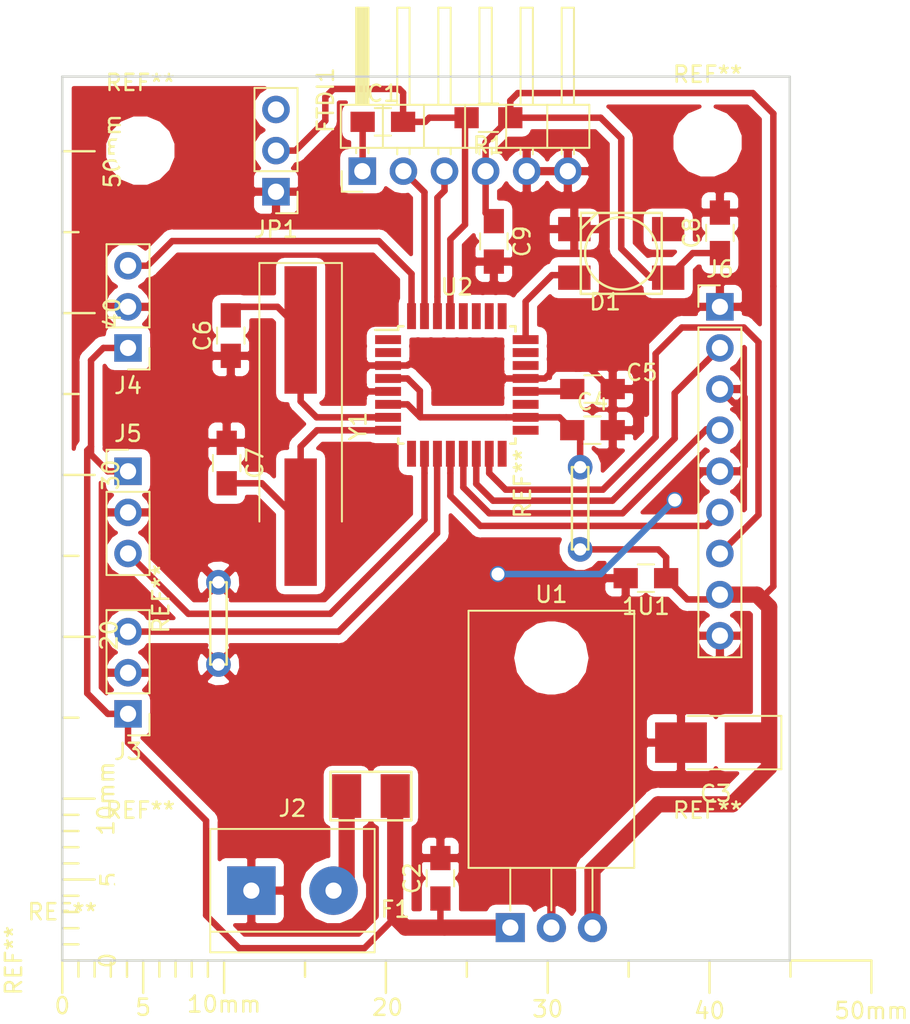
<source format=kicad_pcb>
(kicad_pcb (version 20171130) (host pcbnew "(5.0.0-rc2-60-gbfa89039c)")

  (general
    (thickness 1.6)
    (drawings 4)
    (tracks 187)
    (zones 0)
    (modules 31)
    (nets 22)
  )

  (page A4)
  (layers
    (0 F.Cu signal)
    (31 B.Cu signal)
    (32 B.Adhes user)
    (33 F.Adhes user)
    (34 B.Paste user)
    (35 F.Paste user)
    (36 B.SilkS user)
    (37 F.SilkS user)
    (38 B.Mask user)
    (39 F.Mask user)
    (40 Dwgs.User user)
    (41 Cmts.User user)
    (42 Eco1.User user)
    (43 Eco2.User user)
    (44 Edge.Cuts user)
    (45 Margin user)
    (46 B.CrtYd user hide)
    (47 F.CrtYd user)
    (48 B.Fab user hide)
    (49 F.Fab user hide)
  )

  (setup
    (last_trace_width 0.4)
    (trace_clearance 0.2)
    (zone_clearance 0.508)
    (zone_45_only no)
    (trace_min 0.2)
    (segment_width 0.2)
    (edge_width 0.15)
    (via_size 1)
    (via_drill 0.8)
    (via_min_size 0.4)
    (via_min_drill 0.3)
    (uvia_size 0.3)
    (uvia_drill 0.1)
    (uvias_allowed no)
    (uvia_min_size 0.2)
    (uvia_min_drill 0.1)
    (pcb_text_width 0.3)
    (pcb_text_size 1.5 1.5)
    (mod_edge_width 0.15)
    (mod_text_size 1 1)
    (mod_text_width 0.15)
    (pad_size 3 3)
    (pad_drill 1)
    (pad_to_mask_clearance 0.2)
    (aux_axis_origin 62.992 108.458)
    (grid_origin 62.992 108.458)
    (visible_elements 7FFFFFFF)
    (pcbplotparams
      (layerselection 0x01000_00000001)
      (usegerberextensions false)
      (usegerberattributes false)
      (usegerberadvancedattributes false)
      (creategerberjobfile false)
      (excludeedgelayer true)
      (linewidth 0.100000)
      (plotframeref false)
      (viasonmask false)
      (mode 1)
      (useauxorigin true)
      (hpglpennumber 1)
      (hpglpenspeed 20)
      (hpglpendiameter 15.000000)
      (psnegative false)
      (psa4output false)
      (plotreference true)
      (plotvalue true)
      (plotinvisibletext false)
      (padsonsilk false)
      (subtractmaskfromsilk false)
      (outputformat 1)
      (mirror false)
      (drillshape 0)
      (scaleselection 1)
      (outputdirectory ""))
  )

  (net 0 "")
  (net 1 VCC)
  (net 2 GND)
  (net 3 RST)
  (net 4 reset_in)
  (net 5 +12V)
  (net 6 "Net-(C5-Pad1)")
  (net 7 "Net-(C6-Pad2)")
  (net 8 "Net-(C7-Pad2)")
  (net 9 LED)
  (net 10 "Net-(F1-Pad2)")
  (net 11 TX0)
  (net 12 RXI)
  (net 13 sda)
  (net 14 scl)
  (net 15 LimitUpper)
  (net 16 Switch)
  (net 17 LimitLower)
  (net 18 Dir)
  (net 19 Step)
  (net 20 Ena)
  (net 21 Fault)

  (net_class Default "This is the default net class."
    (clearance 0.2)
    (trace_width 0.4)
    (via_dia 1)
    (via_drill 0.8)
    (uvia_dia 0.3)
    (uvia_drill 0.1)
    (add_net +12V)
    (add_net Dir)
    (add_net Ena)
    (add_net Fault)
    (add_net GND)
    (add_net LED)
    (add_net LimitLower)
    (add_net LimitUpper)
    (add_net "Net-(C5-Pad1)")
    (add_net "Net-(C6-Pad2)")
    (add_net "Net-(C7-Pad2)")
    (add_net "Net-(F1-Pad2)")
    (add_net RST)
    (add_net RXI)
    (add_net Step)
    (add_net Switch)
    (add_net TX0)
    (add_net VCC)
    (add_net reset_in)
    (add_net scl)
    (add_net sda)
  )

  (module Measurement_Scales:Gauge_50mm_Type1_SilkScreenTop (layer F.Cu) (tedit 0) (tstamp 5AE1E615)
    (at 62.992 108.458 90)
    (descr "Gauge, Massstab, 50mm, SilkScreenTop, Type 1,")
    (tags "Gauge, Massstab, 50mm, SilkScreenTop, Type 1,")
    (fp_text reference REF** (at 0 -2.99974 90) (layer F.SilkS)
      (effects (font (size 1 1) (thickness 0.15)))
    )
    (fp_text value Gauge_50mm_Type1_SilkScreenTop (at 23.622 -5.334 90) (layer F.Fab)
      (effects (font (size 1 1) (thickness 0.15)))
    )
    (fp_line (start 9.99998 0) (end 49.9999 0) (layer F.SilkS) (width 0.15))
    (fp_text user 50mm (at 49.9999 3.10134 90) (layer F.SilkS)
      (effects (font (size 1 1) (thickness 0.15)))
    )
    (fp_text user 40 (at 39.99992 3.10134 90) (layer F.SilkS)
      (effects (font (size 1 1) (thickness 0.15)))
    )
    (fp_text user 30 (at 29.99994 2.99974 90) (layer F.SilkS)
      (effects (font (size 1 1) (thickness 0.15)))
    )
    (fp_text user 20 (at 20.09902 2.90068 90) (layer F.SilkS)
      (effects (font (size 1 1) (thickness 0.15)))
    )
    (fp_line (start 49.9999 0) (end 49.9999 1.99898) (layer F.SilkS) (width 0.15))
    (fp_line (start 45.00118 0) (end 45.00118 1.00076) (layer F.SilkS) (width 0.15))
    (fp_line (start 39.99992 0) (end 39.99992 1.99898) (layer F.SilkS) (width 0.15))
    (fp_line (start 35.0012 0) (end 35.0012 1.00076) (layer F.SilkS) (width 0.15))
    (fp_line (start 29.99994 0) (end 29.99994 1.99898) (layer F.SilkS) (width 0.15))
    (fp_line (start 25.00122 0) (end 25.00122 1.00076) (layer F.SilkS) (width 0.15))
    (fp_line (start 19.99996 0) (end 19.99996 1.99898) (layer F.SilkS) (width 0.15))
    (fp_line (start 15.00124 0) (end 15.00124 1.00076) (layer F.SilkS) (width 0.15))
    (fp_text user 5 (at 4.99872 2.90068 90) (layer F.SilkS)
      (effects (font (size 1 1) (thickness 0.15)))
    )
    (fp_text user 0 (at 0 2.79908 90) (layer F.SilkS)
      (effects (font (size 1 1) (thickness 0.15)))
    )
    (fp_text user 10mm (at 9.99998 2.70002 90) (layer F.SilkS)
      (effects (font (size 1 1) (thickness 0.15)))
    )
    (fp_line (start 8.99922 0) (end 8.99922 1.00076) (layer F.SilkS) (width 0.15))
    (fp_line (start 8.001 0) (end 8.001 1.00076) (layer F.SilkS) (width 0.15))
    (fp_line (start 7.00024 0) (end 7.00024 1.00076) (layer F.SilkS) (width 0.15))
    (fp_line (start 5.99948 0) (end 5.99948 1.00076) (layer F.SilkS) (width 0.15))
    (fp_line (start 4.0005 0) (end 4.0005 1.00076) (layer F.SilkS) (width 0.15))
    (fp_line (start 2.99974 0) (end 2.99974 1.00076) (layer F.SilkS) (width 0.15))
    (fp_line (start 1.99898 0) (end 1.99898 1.00076) (layer F.SilkS) (width 0.15))
    (fp_line (start 1.00076 0) (end 1.00076 1.00076) (layer F.SilkS) (width 0.15))
    (fp_line (start 5.00126 0) (end 5.00126 1.99898) (layer F.SilkS) (width 0.15))
    (fp_line (start 0 0) (end 0 1.99898) (layer F.SilkS) (width 0.15))
    (fp_line (start 0 0) (end 9.99998 0) (layer F.SilkS) (width 0.15))
    (fp_line (start 9.99998 0) (end 9.99998 1.99898) (layer F.SilkS) (width 0.15))
  )

  (module Mounting_Holes:MountingHole_3.2mm_M3 (layer F.Cu) (tedit 56D1B4CB) (tstamp 5AE1E5FF)
    (at 67.818 103.378)
    (descr "Mounting Hole 3.2mm, no annular, M3")
    (tags "mounting hole 3.2mm no annular m3")
    (attr virtual)
    (fp_text reference REF** (at 0 -4.2) (layer F.SilkS)
      (effects (font (size 1 1) (thickness 0.15)))
    )
    (fp_text value MountingHole_3.2mm_M3 (at -3.302 9.906) (layer F.Fab)
      (effects (font (size 1 1) (thickness 0.15)))
    )
    (fp_text user %R (at 0.508 4.064) (layer F.Fab)
      (effects (font (size 1 1) (thickness 0.15)))
    )
    (fp_circle (center 0 0) (end 3.2 0) (layer Cmts.User) (width 0.15))
    (fp_circle (center 0 0) (end 3.45 0) (layer F.CrtYd) (width 0.05))
    (pad 1 np_thru_hole circle (at 0 0) (size 3.2 3.2) (drill 3.2) (layers *.Cu *.Mask))
  )

  (module Mounting_Holes:MountingHole_3.2mm_M3 (layer F.Cu) (tedit 56D1B4CB) (tstamp 5AE1E5FB)
    (at 102.87 103.378)
    (descr "Mounting Hole 3.2mm, no annular, M3")
    (tags "mounting hole 3.2mm no annular m3")
    (attr virtual)
    (fp_text reference REF** (at 0 -4.2) (layer F.SilkS)
      (effects (font (size 1 1) (thickness 0.15)))
    )
    (fp_text value MountingHole_3.2mm_M3 (at 2.032 11.43) (layer F.Fab)
      (effects (font (size 1 1) (thickness 0.15)))
    )
    (fp_text user %R (at 0.3 0) (layer F.Fab)
      (effects (font (size 1 1) (thickness 0.15)))
    )
    (fp_circle (center 0 0) (end 3.2 0) (layer Cmts.User) (width 0.15))
    (fp_circle (center 0 0) (end 3.45 0) (layer F.CrtYd) (width 0.05))
    (pad 1 np_thru_hole circle (at 0 0) (size 3.2 3.2) (drill 3.2) (layers *.Cu *.Mask))
  )

  (module Mounting_Holes:MountingHole_3.2mm_M3 (layer F.Cu) (tedit 56D1B4CB) (tstamp 5AE1E5F7)
    (at 102.87 57.912)
    (descr "Mounting Hole 3.2mm, no annular, M3")
    (tags "mounting hole 3.2mm no annular m3")
    (attr virtual)
    (fp_text reference REF** (at 0 -4.2) (layer F.SilkS)
      (effects (font (size 1 1) (thickness 0.15)))
    )
    (fp_text value MountingHole_3.2mm_M3 (at 10.16 2.032 90) (layer F.Fab)
      (effects (font (size 1 1) (thickness 0.15)))
    )
    (fp_text user %R (at 0.3 0) (layer F.Fab)
      (effects (font (size 1 1) (thickness 0.15)))
    )
    (fp_circle (center 0 0) (end 3.2 0) (layer Cmts.User) (width 0.15))
    (fp_circle (center 0 0) (end 3.45 0) (layer F.CrtYd) (width 0.05))
    (pad 1 np_thru_hole circle (at 0 0) (size 3.2 3.2) (drill 3.2) (layers *.Cu *.Mask))
  )

  (module Capacitors_SMD:C_0805_HandSoldering (layer F.Cu) (tedit 58AA84A8) (tstamp 5AE1E102)
    (at 99.06 84.836 180)
    (descr "Capacitor SMD 0805, hand soldering")
    (tags "capacitor 0805")
    (path /5AE1D34E)
    (attr smd)
    (fp_text reference 1U1 (at 0 -1.75 180) (layer F.SilkS)
      (effects (font (size 1 1) (thickness 0.15)))
    )
    (fp_text value 0,1U (at 0 1.75 180) (layer F.Fab)
      (effects (font (size 1 1) (thickness 0.15)))
    )
    (fp_text user %R (at 0 -1.75 180) (layer F.Fab)
      (effects (font (size 1 1) (thickness 0.15)))
    )
    (fp_line (start -1 0.62) (end -1 -0.62) (layer F.Fab) (width 0.1))
    (fp_line (start 1 0.62) (end -1 0.62) (layer F.Fab) (width 0.1))
    (fp_line (start 1 -0.62) (end 1 0.62) (layer F.Fab) (width 0.1))
    (fp_line (start -1 -0.62) (end 1 -0.62) (layer F.Fab) (width 0.1))
    (fp_line (start 0.5 -0.85) (end -0.5 -0.85) (layer F.SilkS) (width 0.12))
    (fp_line (start -0.5 0.85) (end 0.5 0.85) (layer F.SilkS) (width 0.12))
    (fp_line (start -2.25 -0.88) (end 2.25 -0.88) (layer F.CrtYd) (width 0.05))
    (fp_line (start -2.25 -0.88) (end -2.25 0.87) (layer F.CrtYd) (width 0.05))
    (fp_line (start 2.25 0.87) (end 2.25 -0.88) (layer F.CrtYd) (width 0.05))
    (fp_line (start 2.25 0.87) (end -2.25 0.87) (layer F.CrtYd) (width 0.05))
    (pad 1 smd rect (at -1.25 0 180) (size 1.5 1.25) (layers F.Cu F.Paste F.Mask)
      (net 1 VCC))
    (pad 2 smd rect (at 1.25 0 180) (size 1.5 1.25) (layers F.Cu F.Paste F.Mask)
      (net 2 GND))
    (model Capacitors_SMD.3dshapes/C_0805.wrl
      (at (xyz 0 0 0))
      (scale (xyz 1 1 1))
      (rotate (xyz 0 0 0))
    )
  )

  (module Capacitors_SMD:C_0805_HandSoldering (layer F.Cu) (tedit 58AA84A8) (tstamp 5AE1E108)
    (at 82.804 56.642)
    (descr "Capacitor SMD 0805, hand soldering")
    (tags "capacitor 0805")
    (path /5AE1D33E)
    (attr smd)
    (fp_text reference C1 (at 0 -1.75) (layer F.SilkS)
      (effects (font (size 1 1) (thickness 0.15)))
    )
    (fp_text value 0,1u (at 0 1.75) (layer F.Fab)
      (effects (font (size 1 1) (thickness 0.15)))
    )
    (fp_text user %R (at 0 -1.75) (layer F.Fab)
      (effects (font (size 1 1) (thickness 0.15)))
    )
    (fp_line (start -1 0.62) (end -1 -0.62) (layer F.Fab) (width 0.1))
    (fp_line (start 1 0.62) (end -1 0.62) (layer F.Fab) (width 0.1))
    (fp_line (start 1 -0.62) (end 1 0.62) (layer F.Fab) (width 0.1))
    (fp_line (start -1 -0.62) (end 1 -0.62) (layer F.Fab) (width 0.1))
    (fp_line (start 0.5 -0.85) (end -0.5 -0.85) (layer F.SilkS) (width 0.12))
    (fp_line (start -0.5 0.85) (end 0.5 0.85) (layer F.SilkS) (width 0.12))
    (fp_line (start -2.25 -0.88) (end 2.25 -0.88) (layer F.CrtYd) (width 0.05))
    (fp_line (start -2.25 -0.88) (end -2.25 0.87) (layer F.CrtYd) (width 0.05))
    (fp_line (start 2.25 0.87) (end 2.25 -0.88) (layer F.CrtYd) (width 0.05))
    (fp_line (start 2.25 0.87) (end -2.25 0.87) (layer F.CrtYd) (width 0.05))
    (pad 1 smd rect (at -1.25 0) (size 1.5 1.25) (layers F.Cu F.Paste F.Mask)
      (net 3 RST))
    (pad 2 smd rect (at 1.25 0) (size 1.5 1.25) (layers F.Cu F.Paste F.Mask)
      (net 4 reset_in))
    (model Capacitors_SMD.3dshapes/C_0805.wrl
      (at (xyz 0 0 0))
      (scale (xyz 1 1 1))
      (rotate (xyz 0 0 0))
    )
  )

  (module Capacitors_SMD:C_0805_HandSoldering (layer F.Cu) (tedit 58AA84A8) (tstamp 5AE1E10E)
    (at 86.36 103.378 90)
    (descr "Capacitor SMD 0805, hand soldering")
    (tags "capacitor 0805")
    (path /5AE1E157)
    (attr smd)
    (fp_text reference C2 (at 0 -1.75 90) (layer F.SilkS)
      (effects (font (size 1 1) (thickness 0.15)))
    )
    (fp_text value 10u (at 4.572 0.254 270) (layer F.Fab)
      (effects (font (size 1 1) (thickness 0.15)))
    )
    (fp_text user %R (at 0 -1.75 90) (layer F.Fab)
      (effects (font (size 1 1) (thickness 0.15)))
    )
    (fp_line (start -1 0.62) (end -1 -0.62) (layer F.Fab) (width 0.1))
    (fp_line (start 1 0.62) (end -1 0.62) (layer F.Fab) (width 0.1))
    (fp_line (start 1 -0.62) (end 1 0.62) (layer F.Fab) (width 0.1))
    (fp_line (start -1 -0.62) (end 1 -0.62) (layer F.Fab) (width 0.1))
    (fp_line (start 0.5 -0.85) (end -0.5 -0.85) (layer F.SilkS) (width 0.12))
    (fp_line (start -0.5 0.85) (end 0.5 0.85) (layer F.SilkS) (width 0.12))
    (fp_line (start -2.25 -0.88) (end 2.25 -0.88) (layer F.CrtYd) (width 0.05))
    (fp_line (start -2.25 -0.88) (end -2.25 0.87) (layer F.CrtYd) (width 0.05))
    (fp_line (start 2.25 0.87) (end 2.25 -0.88) (layer F.CrtYd) (width 0.05))
    (fp_line (start 2.25 0.87) (end -2.25 0.87) (layer F.CrtYd) (width 0.05))
    (pad 1 smd rect (at -1.25 0 90) (size 1.5 1.25) (layers F.Cu F.Paste F.Mask)
      (net 5 +12V))
    (pad 2 smd rect (at 1.25 0 90) (size 1.5 1.25) (layers F.Cu F.Paste F.Mask)
      (net 2 GND))
    (model Capacitors_SMD.3dshapes/C_0805.wrl
      (at (xyz 0 0 0))
      (scale (xyz 1 1 1))
      (rotate (xyz 0 0 0))
    )
  )

  (module Capacitors_SMD:C_0805_HandSoldering (layer F.Cu) (tedit 58AA84A8) (tstamp 5AE1E11A)
    (at 95.758 75.692)
    (descr "Capacitor SMD 0805, hand soldering")
    (tags "capacitor 0805")
    (path /5AE1E07C)
    (attr smd)
    (fp_text reference C4 (at 0 -1.75) (layer F.SilkS)
      (effects (font (size 1 1) (thickness 0.15)))
    )
    (fp_text value 0.1u (at 4.064 -0.254) (layer F.Fab)
      (effects (font (size 1 1) (thickness 0.15)))
    )
    (fp_text user %R (at 0 -1.75) (layer F.Fab)
      (effects (font (size 1 1) (thickness 0.15)))
    )
    (fp_line (start -1 0.62) (end -1 -0.62) (layer F.Fab) (width 0.1))
    (fp_line (start 1 0.62) (end -1 0.62) (layer F.Fab) (width 0.1))
    (fp_line (start 1 -0.62) (end 1 0.62) (layer F.Fab) (width 0.1))
    (fp_line (start -1 -0.62) (end 1 -0.62) (layer F.Fab) (width 0.1))
    (fp_line (start 0.5 -0.85) (end -0.5 -0.85) (layer F.SilkS) (width 0.12))
    (fp_line (start -0.5 0.85) (end 0.5 0.85) (layer F.SilkS) (width 0.12))
    (fp_line (start -2.25 -0.88) (end 2.25 -0.88) (layer F.CrtYd) (width 0.05))
    (fp_line (start -2.25 -0.88) (end -2.25 0.87) (layer F.CrtYd) (width 0.05))
    (fp_line (start 2.25 0.87) (end 2.25 -0.88) (layer F.CrtYd) (width 0.05))
    (fp_line (start 2.25 0.87) (end -2.25 0.87) (layer F.CrtYd) (width 0.05))
    (pad 1 smd rect (at -1.25 0) (size 1.5 1.25) (layers F.Cu F.Paste F.Mask)
      (net 1 VCC))
    (pad 2 smd rect (at 1.25 0) (size 1.5 1.25) (layers F.Cu F.Paste F.Mask)
      (net 2 GND))
    (model Capacitors_SMD.3dshapes/C_0805.wrl
      (at (xyz 0 0 0))
      (scale (xyz 1 1 1))
      (rotate (xyz 0 0 0))
    )
  )

  (module Capacitors_SMD:C_0805_HandSoldering (layer F.Cu) (tedit 58AA84A8) (tstamp 5AE1E120)
    (at 95.758 73.152)
    (descr "Capacitor SMD 0805, hand soldering")
    (tags "capacitor 0805")
    (path /5AE1D33B)
    (attr smd)
    (fp_text reference C5 (at 3.048 -1.016 180) (layer F.SilkS)
      (effects (font (size 1 1) (thickness 0.15)))
    )
    (fp_text value 0,1U (at 4.318 0.254) (layer F.Fab)
      (effects (font (size 1 1) (thickness 0.15)))
    )
    (fp_text user %R (at 0 -1.75) (layer F.Fab)
      (effects (font (size 1 1) (thickness 0.15)))
    )
    (fp_line (start -1 0.62) (end -1 -0.62) (layer F.Fab) (width 0.1))
    (fp_line (start 1 0.62) (end -1 0.62) (layer F.Fab) (width 0.1))
    (fp_line (start 1 -0.62) (end 1 0.62) (layer F.Fab) (width 0.1))
    (fp_line (start -1 -0.62) (end 1 -0.62) (layer F.Fab) (width 0.1))
    (fp_line (start 0.5 -0.85) (end -0.5 -0.85) (layer F.SilkS) (width 0.12))
    (fp_line (start -0.5 0.85) (end 0.5 0.85) (layer F.SilkS) (width 0.12))
    (fp_line (start -2.25 -0.88) (end 2.25 -0.88) (layer F.CrtYd) (width 0.05))
    (fp_line (start -2.25 -0.88) (end -2.25 0.87) (layer F.CrtYd) (width 0.05))
    (fp_line (start 2.25 0.87) (end 2.25 -0.88) (layer F.CrtYd) (width 0.05))
    (fp_line (start 2.25 0.87) (end -2.25 0.87) (layer F.CrtYd) (width 0.05))
    (pad 1 smd rect (at -1.25 0) (size 1.5 1.25) (layers F.Cu F.Paste F.Mask)
      (net 6 "Net-(C5-Pad1)"))
    (pad 2 smd rect (at 1.25 0) (size 1.5 1.25) (layers F.Cu F.Paste F.Mask)
      (net 2 GND))
    (model Capacitors_SMD.3dshapes/C_0805.wrl
      (at (xyz 0 0 0))
      (scale (xyz 1 1 1))
      (rotate (xyz 0 0 0))
    )
  )

  (module Capacitors_SMD:C_0805_HandSoldering (layer F.Cu) (tedit 58AA84A8) (tstamp 5AE1E126)
    (at 73.406 69.85 90)
    (descr "Capacitor SMD 0805, hand soldering")
    (tags "capacitor 0805")
    (path /5AE1D348)
    (attr smd)
    (fp_text reference C6 (at 0 -1.75 90) (layer F.SilkS)
      (effects (font (size 1 1) (thickness 0.15)))
    )
    (fp_text value 22pf (at 4.318 -0.254 90) (layer F.Fab)
      (effects (font (size 1 1) (thickness 0.15)))
    )
    (fp_text user %R (at 0 -1.75 90) (layer F.Fab)
      (effects (font (size 1 1) (thickness 0.15)))
    )
    (fp_line (start -1 0.62) (end -1 -0.62) (layer F.Fab) (width 0.1))
    (fp_line (start 1 0.62) (end -1 0.62) (layer F.Fab) (width 0.1))
    (fp_line (start 1 -0.62) (end 1 0.62) (layer F.Fab) (width 0.1))
    (fp_line (start -1 -0.62) (end 1 -0.62) (layer F.Fab) (width 0.1))
    (fp_line (start 0.5 -0.85) (end -0.5 -0.85) (layer F.SilkS) (width 0.12))
    (fp_line (start -0.5 0.85) (end 0.5 0.85) (layer F.SilkS) (width 0.12))
    (fp_line (start -2.25 -0.88) (end 2.25 -0.88) (layer F.CrtYd) (width 0.05))
    (fp_line (start -2.25 -0.88) (end -2.25 0.87) (layer F.CrtYd) (width 0.05))
    (fp_line (start 2.25 0.87) (end 2.25 -0.88) (layer F.CrtYd) (width 0.05))
    (fp_line (start 2.25 0.87) (end -2.25 0.87) (layer F.CrtYd) (width 0.05))
    (pad 1 smd rect (at -1.25 0 90) (size 1.5 1.25) (layers F.Cu F.Paste F.Mask)
      (net 2 GND))
    (pad 2 smd rect (at 1.25 0 90) (size 1.5 1.25) (layers F.Cu F.Paste F.Mask)
      (net 7 "Net-(C6-Pad2)"))
    (model Capacitors_SMD.3dshapes/C_0805.wrl
      (at (xyz 0 0 0))
      (scale (xyz 1 1 1))
      (rotate (xyz 0 0 0))
    )
  )

  (module Capacitors_SMD:C_0805_HandSoldering (layer F.Cu) (tedit 58AA84A8) (tstamp 5AE1E12C)
    (at 73.152 77.724 270)
    (descr "Capacitor SMD 0805, hand soldering")
    (tags "capacitor 0805")
    (path /5AE1D347)
    (attr smd)
    (fp_text reference C7 (at 0 -1.75 270) (layer F.SilkS)
      (effects (font (size 1 1) (thickness 0.15)))
    )
    (fp_text value 22pf (at 4.064 -0.508 270) (layer F.Fab)
      (effects (font (size 1 1) (thickness 0.15)))
    )
    (fp_text user %R (at 0 -1.75 270) (layer F.Fab)
      (effects (font (size 1 1) (thickness 0.15)))
    )
    (fp_line (start -1 0.62) (end -1 -0.62) (layer F.Fab) (width 0.1))
    (fp_line (start 1 0.62) (end -1 0.62) (layer F.Fab) (width 0.1))
    (fp_line (start 1 -0.62) (end 1 0.62) (layer F.Fab) (width 0.1))
    (fp_line (start -1 -0.62) (end 1 -0.62) (layer F.Fab) (width 0.1))
    (fp_line (start 0.5 -0.85) (end -0.5 -0.85) (layer F.SilkS) (width 0.12))
    (fp_line (start -0.5 0.85) (end 0.5 0.85) (layer F.SilkS) (width 0.12))
    (fp_line (start -2.25 -0.88) (end 2.25 -0.88) (layer F.CrtYd) (width 0.05))
    (fp_line (start -2.25 -0.88) (end -2.25 0.87) (layer F.CrtYd) (width 0.05))
    (fp_line (start 2.25 0.87) (end 2.25 -0.88) (layer F.CrtYd) (width 0.05))
    (fp_line (start 2.25 0.87) (end -2.25 0.87) (layer F.CrtYd) (width 0.05))
    (pad 1 smd rect (at -1.25 0 270) (size 1.5 1.25) (layers F.Cu F.Paste F.Mask)
      (net 2 GND))
    (pad 2 smd rect (at 1.25 0 270) (size 1.5 1.25) (layers F.Cu F.Paste F.Mask)
      (net 8 "Net-(C7-Pad2)"))
    (model Capacitors_SMD.3dshapes/C_0805.wrl
      (at (xyz 0 0 0))
      (scale (xyz 1 1 1))
      (rotate (xyz 0 0 0))
    )
  )

  (module Capacitors_SMD:C_0805_HandSoldering (layer F.Cu) (tedit 58AA84A8) (tstamp 5AE1E132)
    (at 103.632 63.5 90)
    (descr "Capacitor SMD 0805, hand soldering")
    (tags "capacitor 0805")
    (path /5AE1D5F5)
    (attr smd)
    (fp_text reference C8 (at 0 -1.75 90) (layer F.SilkS)
      (effects (font (size 1 1) (thickness 0.15)))
    )
    (fp_text value 0.1 (at 0 1.75 90) (layer F.Fab)
      (effects (font (size 1 1) (thickness 0.15)))
    )
    (fp_text user %R (at 0 -1.75 90) (layer F.Fab)
      (effects (font (size 1 1) (thickness 0.15)))
    )
    (fp_line (start -1 0.62) (end -1 -0.62) (layer F.Fab) (width 0.1))
    (fp_line (start 1 0.62) (end -1 0.62) (layer F.Fab) (width 0.1))
    (fp_line (start 1 -0.62) (end 1 0.62) (layer F.Fab) (width 0.1))
    (fp_line (start -1 -0.62) (end 1 -0.62) (layer F.Fab) (width 0.1))
    (fp_line (start 0.5 -0.85) (end -0.5 -0.85) (layer F.SilkS) (width 0.12))
    (fp_line (start -0.5 0.85) (end 0.5 0.85) (layer F.SilkS) (width 0.12))
    (fp_line (start -2.25 -0.88) (end 2.25 -0.88) (layer F.CrtYd) (width 0.05))
    (fp_line (start -2.25 -0.88) (end -2.25 0.87) (layer F.CrtYd) (width 0.05))
    (fp_line (start 2.25 0.87) (end 2.25 -0.88) (layer F.CrtYd) (width 0.05))
    (fp_line (start 2.25 0.87) (end -2.25 0.87) (layer F.CrtYd) (width 0.05))
    (pad 1 smd rect (at -1.25 0 90) (size 1.5 1.25) (layers F.Cu F.Paste F.Mask)
      (net 1 VCC))
    (pad 2 smd rect (at 1.25 0 90) (size 1.5 1.25) (layers F.Cu F.Paste F.Mask)
      (net 2 GND))
    (model Capacitors_SMD.3dshapes/C_0805.wrl
      (at (xyz 0 0 0))
      (scale (xyz 1 1 1))
      (rotate (xyz 0 0 0))
    )
  )

  (module Capacitors_SMD:C_0805_HandSoldering (layer F.Cu) (tedit 58AA84A8) (tstamp 5AE1E138)
    (at 89.662 64.028 270)
    (descr "Capacitor SMD 0805, hand soldering")
    (tags "capacitor 0805")
    (path /5AE1F437)
    (attr smd)
    (fp_text reference C9 (at 0 -1.75 270) (layer F.SilkS)
      (effects (font (size 1 1) (thickness 0.15)))
    )
    (fp_text value 0.1u (at 0 1.75 270) (layer F.Fab)
      (effects (font (size 1 1) (thickness 0.15)))
    )
    (fp_text user %R (at 0 -1.75 270) (layer F.Fab)
      (effects (font (size 1 1) (thickness 0.15)))
    )
    (fp_line (start -1 0.62) (end -1 -0.62) (layer F.Fab) (width 0.1))
    (fp_line (start 1 0.62) (end -1 0.62) (layer F.Fab) (width 0.1))
    (fp_line (start 1 -0.62) (end 1 0.62) (layer F.Fab) (width 0.1))
    (fp_line (start -1 -0.62) (end 1 -0.62) (layer F.Fab) (width 0.1))
    (fp_line (start 0.5 -0.85) (end -0.5 -0.85) (layer F.SilkS) (width 0.12))
    (fp_line (start -0.5 0.85) (end 0.5 0.85) (layer F.SilkS) (width 0.12))
    (fp_line (start -2.25 -0.88) (end 2.25 -0.88) (layer F.CrtYd) (width 0.05))
    (fp_line (start -2.25 -0.88) (end -2.25 0.87) (layer F.CrtYd) (width 0.05))
    (fp_line (start 2.25 0.87) (end 2.25 -0.88) (layer F.CrtYd) (width 0.05))
    (fp_line (start 2.25 0.87) (end -2.25 0.87) (layer F.CrtYd) (width 0.05))
    (pad 1 smd rect (at -1.25 0 270) (size 1.5 1.25) (layers F.Cu F.Paste F.Mask)
      (net 1 VCC))
    (pad 2 smd rect (at 1.25 0 270) (size 1.5 1.25) (layers F.Cu F.Paste F.Mask)
      (net 2 GND))
    (model Capacitors_SMD.3dshapes/C_0805.wrl
      (at (xyz 0 0 0))
      (scale (xyz 1 1 1))
      (rotate (xyz 0 0 0))
    )
  )

  (module Libs:WS2812B (layer F.Cu) (tedit 5A08950F) (tstamp 5AE1E140)
    (at 97.536 64.77 180)
    (path /5AE1D573)
    (fp_text reference D1 (at 1 -3 180) (layer F.SilkS)
      (effects (font (size 1 1) (thickness 0.15)))
    )
    (fp_text value WS2812B (at 0 -0.254 180) (layer F.Fab)
      (effects (font (size 1 1) (thickness 0.15)))
    )
    (fp_line (start -2.5 -2.5) (end 2.5 -2.5) (layer F.SilkS) (width 0.15))
    (fp_line (start 2.5 -2.5) (end 2.5 2.5) (layer F.SilkS) (width 0.15))
    (fp_line (start 2.5 2.5) (end -2.5 2.5) (layer F.SilkS) (width 0.15))
    (fp_line (start -2.5 2.5) (end -2.5 -2.5) (layer F.SilkS) (width 0.15))
    (fp_line (start 2.5 1.5) (end 1.5 2.5) (layer F.SilkS) (width 0.15))
    (fp_circle (center 0 0) (end 2 1) (layer F.SilkS) (width 0.15))
    (pad 1 smd trapezoid (at 2.9 1.5 180) (size 2 1.5) (layers F.Cu F.Paste F.Mask)
      (net 2 GND))
    (pad 2 smd trapezoid (at 2.9 -1.5 180) (size 2 1.5) (layers F.Cu F.Paste F.Mask)
      (net 9 LED))
    (pad 3 smd trapezoid (at -2.9 -1.5 180) (size 2 1.5) (layers F.Cu F.Paste F.Mask)
      (net 1 VCC))
    (pad 4 smd trapezoid (at -2.9 1.5 180) (size 2 1.5) (layers F.Cu F.Paste F.Mask))
  )

  (module Libs:LittleFuse_110F_24V (layer F.Cu) (tedit 5AE1DFAE) (tstamp 5AE1E14F)
    (at 83.566 98.298 180)
    (path /5AE22FDC)
    (fp_text reference F1 (at 0 -7 180) (layer F.SilkS)
      (effects (font (size 1 1) (thickness 0.15)))
    )
    (fp_text value Polyfuse (at 1.778 3.048 180) (layer F.Fab)
      (effects (font (size 1 1) (thickness 0.15)))
    )
    (fp_line (start -1.5 -2) (end -1 -2) (layer F.CrtYd) (width 0.15))
    (fp_line (start -1.5 2) (end -1.5 -2) (layer F.CrtYd) (width 0.15))
    (fp_line (start 4.5 2) (end -1.5 2) (layer F.CrtYd) (width 0.15))
    (fp_line (start 4.5 -2) (end 4.5 2) (layer F.CrtYd) (width 0.15))
    (fp_line (start -1 -2) (end 4.5 -2) (layer F.CrtYd) (width 0.15))
    (fp_line (start -1 1.5) (end -1 -1.5) (layer F.SilkS) (width 0.15))
    (fp_line (start 4 1.5) (end -1 1.5) (layer F.SilkS) (width 0.15))
    (fp_line (start 4 -1.5) (end 4 1.5) (layer F.SilkS) (width 0.15))
    (fp_line (start -1 -1.5) (end 4 -1.5) (layer F.SilkS) (width 0.15))
    (pad 1 smd trapezoid (at 0 0 180) (size 1.8 2.7) (layers F.Cu F.Paste F.Mask)
      (net 5 +12V))
    (pad 2 smd trapezoid (at 3 0 180) (size 1.8 2.7) (layers F.Cu F.Paste F.Mask)
      (net 10 "Net-(F1-Pad2)"))
  )

  (module Connectors_Terminal_Blocks:TerminalBlock_bornier-2_P5.08mm (layer F.Cu) (tedit 5AE1ED67) (tstamp 5AE1E167)
    (at 74.676 104.14)
    (descr "simple 2-pin terminal block, pitch 5.08mm, revamped version of bornier2")
    (tags "terminal block bornier2")
    (path /5AE1FAD7)
    (fp_text reference J2 (at 2.54 -5.08) (layer F.SilkS)
      (effects (font (size 1 1) (thickness 0.15)))
    )
    (fp_text value +12V_con (at 2.54 5.08) (layer F.Fab)
      (effects (font (size 1 1) (thickness 0.15)))
    )
    (fp_text user %R (at 2.286 1.778) (layer F.Fab)
      (effects (font (size 1 1) (thickness 0.15)))
    )
    (fp_line (start -2.41 2.55) (end 7.49 2.55) (layer F.Fab) (width 0.1))
    (fp_line (start -2.46 -3.75) (end -2.46 3.75) (layer F.Fab) (width 0.1))
    (fp_line (start -2.46 3.75) (end 7.54 3.75) (layer F.Fab) (width 0.1))
    (fp_line (start 7.54 3.75) (end 7.54 -3.75) (layer F.Fab) (width 0.1))
    (fp_line (start 7.54 -3.75) (end -2.46 -3.75) (layer F.Fab) (width 0.1))
    (fp_line (start 7.62 2.54) (end -2.54 2.54) (layer F.SilkS) (width 0.12))
    (fp_line (start 7.62 3.81) (end 7.62 -3.81) (layer F.SilkS) (width 0.12))
    (fp_line (start 7.62 -3.81) (end -2.54 -3.81) (layer F.SilkS) (width 0.12))
    (fp_line (start -2.54 -3.81) (end -2.54 3.81) (layer F.SilkS) (width 0.12))
    (fp_line (start -2.54 3.81) (end 7.62 3.81) (layer F.SilkS) (width 0.12))
    (fp_line (start -2.71 -4) (end 7.79 -4) (layer F.CrtYd) (width 0.05))
    (fp_line (start -2.71 -4) (end -2.71 4) (layer F.CrtYd) (width 0.05))
    (fp_line (start 7.79 4) (end 7.79 -4) (layer F.CrtYd) (width 0.05))
    (fp_line (start 7.79 4) (end -2.71 4) (layer F.CrtYd) (width 0.05))
    (pad 1 thru_hole rect (at 0 0) (size 3 3) (drill 1) (layers *.Cu *.Mask)
      (net 2 GND))
    (pad 2 thru_hole circle (at 5.08 0) (size 3 3) (drill 1) (layers *.Cu *.Mask)
      (net 10 "Net-(F1-Pad2)"))
    (model ${KISYS3DMOD}/Terminal_Blocks.3dshapes/TerminalBlock_bornier-2_P5.08mm.wrl
      (offset (xyz 2.539999961853027 0 0))
      (scale (xyz 1 1 1))
      (rotate (xyz 0 0 0))
    )
  )

  (module Pin_Headers:Pin_Header_Straight_1x03_Pitch2.54mm (layer F.Cu) (tedit 59650532) (tstamp 5AE1E16E)
    (at 67.056 93.218 180)
    (descr "Through hole straight pin header, 1x03, 2.54mm pitch, single row")
    (tags "Through hole pin header THT 1x03 2.54mm single row")
    (path /5AE1F9CA)
    (fp_text reference J3 (at 0 -2.33 180) (layer F.SilkS)
      (effects (font (size 1 1) (thickness 0.15)))
    )
    (fp_text value LimitUpper (at 5.08 12.954 270) (layer F.Fab)
      (effects (font (size 1 1) (thickness 0.15)))
    )
    (fp_line (start -0.635 -1.27) (end 1.27 -1.27) (layer F.Fab) (width 0.1))
    (fp_line (start 1.27 -1.27) (end 1.27 6.35) (layer F.Fab) (width 0.1))
    (fp_line (start 1.27 6.35) (end -1.27 6.35) (layer F.Fab) (width 0.1))
    (fp_line (start -1.27 6.35) (end -1.27 -0.635) (layer F.Fab) (width 0.1))
    (fp_line (start -1.27 -0.635) (end -0.635 -1.27) (layer F.Fab) (width 0.1))
    (fp_line (start -1.33 6.41) (end 1.33 6.41) (layer F.SilkS) (width 0.12))
    (fp_line (start -1.33 1.27) (end -1.33 6.41) (layer F.SilkS) (width 0.12))
    (fp_line (start 1.33 1.27) (end 1.33 6.41) (layer F.SilkS) (width 0.12))
    (fp_line (start -1.33 1.27) (end 1.33 1.27) (layer F.SilkS) (width 0.12))
    (fp_line (start -1.33 0) (end -1.33 -1.33) (layer F.SilkS) (width 0.12))
    (fp_line (start -1.33 -1.33) (end 0 -1.33) (layer F.SilkS) (width 0.12))
    (fp_line (start -1.8 -1.8) (end -1.8 6.85) (layer F.CrtYd) (width 0.05))
    (fp_line (start -1.8 6.85) (end 1.8 6.85) (layer F.CrtYd) (width 0.05))
    (fp_line (start 1.8 6.85) (end 1.8 -1.8) (layer F.CrtYd) (width 0.05))
    (fp_line (start 1.8 -1.8) (end -1.8 -1.8) (layer F.CrtYd) (width 0.05))
    (fp_text user %R (at 0 2.54) (layer F.Fab)
      (effects (font (size 1 1) (thickness 0.15)))
    )
    (pad 1 thru_hole rect (at 0 0 180) (size 1.7 1.7) (drill 1) (layers *.Cu *.Mask)
      (net 5 +12V))
    (pad 2 thru_hole oval (at 0 2.54 180) (size 1.7 1.7) (drill 1) (layers *.Cu *.Mask)
      (net 2 GND))
    (pad 3 thru_hole oval (at 0 5.08 180) (size 1.7 1.7) (drill 1) (layers *.Cu *.Mask)
      (net 15 LimitUpper))
    (model ${KISYS3DMOD}/Pin_Headers.3dshapes/Pin_Header_Straight_1x03_Pitch2.54mm.wrl
      (at (xyz 0 0 0))
      (scale (xyz 1 1 1))
      (rotate (xyz 0 0 0))
    )
  )

  (module Pin_Headers:Pin_Header_Straight_1x03_Pitch2.54mm (layer F.Cu) (tedit 59650532) (tstamp 5AE1E175)
    (at 67.056 70.612 180)
    (descr "Through hole straight pin header, 1x03, 2.54mm pitch, single row")
    (tags "Through hole pin header THT 1x03 2.54mm single row")
    (path /5AE1FA2D)
    (fp_text reference J4 (at 0 -2.33 180) (layer F.SilkS)
      (effects (font (size 1 1) (thickness 0.15)))
    )
    (fp_text value ControlSwitch (at 3.302 2.794 270) (layer F.Fab)
      (effects (font (size 1 1) (thickness 0.15)))
    )
    (fp_line (start -0.635 -1.27) (end 1.27 -1.27) (layer F.Fab) (width 0.1))
    (fp_line (start 1.27 -1.27) (end 1.27 6.35) (layer F.Fab) (width 0.1))
    (fp_line (start 1.27 6.35) (end -1.27 6.35) (layer F.Fab) (width 0.1))
    (fp_line (start -1.27 6.35) (end -1.27 -0.635) (layer F.Fab) (width 0.1))
    (fp_line (start -1.27 -0.635) (end -0.635 -1.27) (layer F.Fab) (width 0.1))
    (fp_line (start -1.33 6.41) (end 1.33 6.41) (layer F.SilkS) (width 0.12))
    (fp_line (start -1.33 1.27) (end -1.33 6.41) (layer F.SilkS) (width 0.12))
    (fp_line (start 1.33 1.27) (end 1.33 6.41) (layer F.SilkS) (width 0.12))
    (fp_line (start -1.33 1.27) (end 1.33 1.27) (layer F.SilkS) (width 0.12))
    (fp_line (start -1.33 0) (end -1.33 -1.33) (layer F.SilkS) (width 0.12))
    (fp_line (start -1.33 -1.33) (end 0 -1.33) (layer F.SilkS) (width 0.12))
    (fp_line (start -1.8 -1.8) (end -1.8 6.85) (layer F.CrtYd) (width 0.05))
    (fp_line (start -1.8 6.85) (end 1.8 6.85) (layer F.CrtYd) (width 0.05))
    (fp_line (start 1.8 6.85) (end 1.8 -1.8) (layer F.CrtYd) (width 0.05))
    (fp_line (start 1.8 -1.8) (end -1.8 -1.8) (layer F.CrtYd) (width 0.05))
    (fp_text user %R (at -2.794 2.794 270) (layer F.Fab)
      (effects (font (size 1 1) (thickness 0.15)))
    )
    (pad 1 thru_hole rect (at 0 0 180) (size 1.7 1.7) (drill 1) (layers *.Cu *.Mask)
      (net 5 +12V))
    (pad 2 thru_hole oval (at 0 2.54 180) (size 1.7 1.7) (drill 1) (layers *.Cu *.Mask)
      (net 2 GND))
    (pad 3 thru_hole oval (at 0 5.08 180) (size 1.7 1.7) (drill 1) (layers *.Cu *.Mask)
      (net 16 Switch))
    (model ${KISYS3DMOD}/Pin_Headers.3dshapes/Pin_Header_Straight_1x03_Pitch2.54mm.wrl
      (at (xyz 0 0 0))
      (scale (xyz 1 1 1))
      (rotate (xyz 0 0 0))
    )
  )

  (module Pin_Headers:Pin_Header_Straight_1x03_Pitch2.54mm (layer F.Cu) (tedit 59650532) (tstamp 5AE1E17C)
    (at 67.056 78.232)
    (descr "Through hole straight pin header, 1x03, 2.54mm pitch, single row")
    (tags "Through hole pin header THT 1x03 2.54mm single row")
    (path /5AE1F931)
    (fp_text reference J5 (at 0 -2.33) (layer F.SilkS)
      (effects (font (size 1 1) (thickness 0.15)))
    )
    (fp_text value LimitLower (at -5.334 12.192 90) (layer F.Fab)
      (effects (font (size 1 1) (thickness 0.15)))
    )
    (fp_line (start -0.635 -1.27) (end 1.27 -1.27) (layer F.Fab) (width 0.1))
    (fp_line (start 1.27 -1.27) (end 1.27 6.35) (layer F.Fab) (width 0.1))
    (fp_line (start 1.27 6.35) (end -1.27 6.35) (layer F.Fab) (width 0.1))
    (fp_line (start -1.27 6.35) (end -1.27 -0.635) (layer F.Fab) (width 0.1))
    (fp_line (start -1.27 -0.635) (end -0.635 -1.27) (layer F.Fab) (width 0.1))
    (fp_line (start -1.33 6.41) (end 1.33 6.41) (layer F.SilkS) (width 0.12))
    (fp_line (start -1.33 1.27) (end -1.33 6.41) (layer F.SilkS) (width 0.12))
    (fp_line (start 1.33 1.27) (end 1.33 6.41) (layer F.SilkS) (width 0.12))
    (fp_line (start -1.33 1.27) (end 1.33 1.27) (layer F.SilkS) (width 0.12))
    (fp_line (start -1.33 0) (end -1.33 -1.33) (layer F.SilkS) (width 0.12))
    (fp_line (start -1.33 -1.33) (end 0 -1.33) (layer F.SilkS) (width 0.12))
    (fp_line (start -1.8 -1.8) (end -1.8 6.85) (layer F.CrtYd) (width 0.05))
    (fp_line (start -1.8 6.85) (end 1.8 6.85) (layer F.CrtYd) (width 0.05))
    (fp_line (start 1.8 6.85) (end 1.8 -1.8) (layer F.CrtYd) (width 0.05))
    (fp_line (start 1.8 -1.8) (end -1.8 -1.8) (layer F.CrtYd) (width 0.05))
    (fp_text user %R (at 0 2.54 90) (layer F.Fab)
      (effects (font (size 1 1) (thickness 0.15)))
    )
    (pad 1 thru_hole rect (at 0 0) (size 1.7 1.7) (drill 1) (layers *.Cu *.Mask)
      (net 5 +12V))
    (pad 2 thru_hole oval (at 0 2.54) (size 1.7 1.7) (drill 1) (layers *.Cu *.Mask)
      (net 2 GND))
    (pad 3 thru_hole oval (at 0 5.08) (size 1.7 1.7) (drill 1) (layers *.Cu *.Mask)
      (net 17 LimitLower))
    (model ${KISYS3DMOD}/Pin_Headers.3dshapes/Pin_Header_Straight_1x03_Pitch2.54mm.wrl
      (at (xyz 0 0 0))
      (scale (xyz 1 1 1))
      (rotate (xyz 0 0 0))
    )
  )

  (module Pin_Headers:Pin_Header_Straight_1x09_Pitch2.54mm (layer F.Cu) (tedit 59650532) (tstamp 5AE1E189)
    (at 103.632 68.072)
    (descr "Through hole straight pin header, 1x09, 2.54mm pitch, single row")
    (tags "Through hole pin header THT 1x09 2.54mm single row")
    (path /5AE238F0)
    (fp_text reference J6 (at 0 -2.33) (layer F.SilkS)
      (effects (font (size 1 1) (thickness 0.15)))
    )
    (fp_text value Motor_controller_connections (at 6.096 11.684 90) (layer F.Fab)
      (effects (font (size 1 1) (thickness 0.15)))
    )
    (fp_line (start -0.635 -1.27) (end 1.27 -1.27) (layer F.Fab) (width 0.1))
    (fp_line (start 1.27 -1.27) (end 1.27 21.59) (layer F.Fab) (width 0.1))
    (fp_line (start 1.27 21.59) (end -1.27 21.59) (layer F.Fab) (width 0.1))
    (fp_line (start -1.27 21.59) (end -1.27 -0.635) (layer F.Fab) (width 0.1))
    (fp_line (start -1.27 -0.635) (end -0.635 -1.27) (layer F.Fab) (width 0.1))
    (fp_line (start -1.33 21.65) (end 1.33 21.65) (layer F.SilkS) (width 0.12))
    (fp_line (start -1.33 1.27) (end -1.33 21.65) (layer F.SilkS) (width 0.12))
    (fp_line (start 1.33 1.27) (end 1.33 21.65) (layer F.SilkS) (width 0.12))
    (fp_line (start -1.33 1.27) (end 1.33 1.27) (layer F.SilkS) (width 0.12))
    (fp_line (start -1.33 0) (end -1.33 -1.33) (layer F.SilkS) (width 0.12))
    (fp_line (start -1.33 -1.33) (end 0 -1.33) (layer F.SilkS) (width 0.12))
    (fp_line (start -1.8 -1.8) (end -1.8 22.1) (layer F.CrtYd) (width 0.05))
    (fp_line (start -1.8 22.1) (end 1.8 22.1) (layer F.CrtYd) (width 0.05))
    (fp_line (start 1.8 22.1) (end 1.8 -1.8) (layer F.CrtYd) (width 0.05))
    (fp_line (start 1.8 -1.8) (end -1.8 -1.8) (layer F.CrtYd) (width 0.05))
    (fp_text user %R (at 0 10.16 90) (layer F.Fab)
      (effects (font (size 1 1) (thickness 0.15)))
    )
    (pad 1 thru_hole rect (at 0 0) (size 1.7 1.7) (drill 1) (layers *.Cu *.Mask)
      (net 2 GND))
    (pad 2 thru_hole oval (at 0 2.54) (size 1.7 1.7) (drill 1) (layers *.Cu *.Mask)
      (net 18 Dir))
    (pad 3 thru_hole oval (at 0 5.08) (size 1.7 1.7) (drill 1) (layers *.Cu *.Mask)
      (net 2 GND))
    (pad 4 thru_hole oval (at 0 7.62) (size 1.7 1.7) (drill 1) (layers *.Cu *.Mask)
      (net 19 Step))
    (pad 5 thru_hole oval (at 0 10.16) (size 1.7 1.7) (drill 1) (layers *.Cu *.Mask)
      (net 2 GND))
    (pad 6 thru_hole oval (at 0 12.7) (size 1.7 1.7) (drill 1) (layers *.Cu *.Mask)
      (net 20 Ena))
    (pad 7 thru_hole oval (at 0 15.24) (size 1.7 1.7) (drill 1) (layers *.Cu *.Mask)
      (net 21 Fault))
    (pad 8 thru_hole oval (at 0 17.78) (size 1.7 1.7) (drill 1) (layers *.Cu *.Mask)
      (net 1 VCC))
    (pad 9 thru_hole oval (at 0 20.32) (size 1.7 1.7) (drill 1) (layers *.Cu *.Mask)
      (net 2 GND))
    (model ${KISYS3DMOD}/Pin_Headers.3dshapes/Pin_Header_Straight_1x09_Pitch2.54mm.wrl
      (at (xyz 0 0 0))
      (scale (xyz 1 1 1))
      (rotate (xyz 0 0 0))
    )
  )

  (module Pin_Headers:Pin_Header_Straight_1x03_Pitch2.54mm (layer F.Cu) (tedit 59650532) (tstamp 5AE1E190)
    (at 76.2 60.96 180)
    (descr "Through hole straight pin header, 1x03, 2.54mm pitch, single row")
    (tags "Through hole pin header THT 1x03 2.54mm single row")
    (path /5AE1D351)
    (fp_text reference JP1 (at 0 -2.33 180) (layer F.SilkS)
      (effects (font (size 1 1) (thickness 0.15)))
    )
    (fp_text value Jumper (at 0 7.41 180) (layer F.Fab)
      (effects (font (size 1 1) (thickness 0.15)))
    )
    (fp_line (start -0.635 -1.27) (end 1.27 -1.27) (layer F.Fab) (width 0.1))
    (fp_line (start 1.27 -1.27) (end 1.27 6.35) (layer F.Fab) (width 0.1))
    (fp_line (start 1.27 6.35) (end -1.27 6.35) (layer F.Fab) (width 0.1))
    (fp_line (start -1.27 6.35) (end -1.27 -0.635) (layer F.Fab) (width 0.1))
    (fp_line (start -1.27 -0.635) (end -0.635 -1.27) (layer F.Fab) (width 0.1))
    (fp_line (start -1.33 6.41) (end 1.33 6.41) (layer F.SilkS) (width 0.12))
    (fp_line (start -1.33 1.27) (end -1.33 6.41) (layer F.SilkS) (width 0.12))
    (fp_line (start 1.33 1.27) (end 1.33 6.41) (layer F.SilkS) (width 0.12))
    (fp_line (start -1.33 1.27) (end 1.33 1.27) (layer F.SilkS) (width 0.12))
    (fp_line (start -1.33 0) (end -1.33 -1.33) (layer F.SilkS) (width 0.12))
    (fp_line (start -1.33 -1.33) (end 0 -1.33) (layer F.SilkS) (width 0.12))
    (fp_line (start -1.8 -1.8) (end -1.8 6.85) (layer F.CrtYd) (width 0.05))
    (fp_line (start -1.8 6.85) (end 1.8 6.85) (layer F.CrtYd) (width 0.05))
    (fp_line (start 1.8 6.85) (end 1.8 -1.8) (layer F.CrtYd) (width 0.05))
    (fp_line (start 1.8 -1.8) (end -1.8 -1.8) (layer F.CrtYd) (width 0.05))
    (fp_text user %R (at 0 2.54 270) (layer F.Fab)
      (effects (font (size 1 1) (thickness 0.15)))
    )
    (pad 1 thru_hole rect (at 0 0 180) (size 1.7 1.7) (drill 1) (layers *.Cu *.Mask)
      (net 2 GND))
    (pad 2 thru_hole oval (at 0 2.54 180) (size 1.7 1.7) (drill 1) (layers *.Cu *.Mask)
      (net 4 reset_in))
    (pad 3 thru_hole oval (at 0 5.08 180) (size 1.7 1.7) (drill 1) (layers *.Cu *.Mask))
    (model ${KISYS3DMOD}/Pin_Headers.3dshapes/Pin_Header_Straight_1x03_Pitch2.54mm.wrl
      (at (xyz 0 0 0))
      (scale (xyz 1 1 1))
      (rotate (xyz 0 0 0))
    )
  )

  (module Resistors_SMD:R_0805_HandSoldering (layer F.Cu) (tedit 58E0A804) (tstamp 5AE1E196)
    (at 89.328 56.388 180)
    (descr "Resistor SMD 0805, hand soldering")
    (tags "resistor 0805")
    (path /5AE1D340)
    (attr smd)
    (fp_text reference R1 (at 0 -1.7 180) (layer F.SilkS)
      (effects (font (size 1 1) (thickness 0.15)))
    )
    (fp_text value 10K (at 0 1.75 180) (layer F.Fab)
      (effects (font (size 1 1) (thickness 0.15)))
    )
    (fp_text user %R (at 0 0 180) (layer F.Fab)
      (effects (font (size 0.5 0.5) (thickness 0.075)))
    )
    (fp_line (start -1 0.62) (end -1 -0.62) (layer F.Fab) (width 0.1))
    (fp_line (start 1 0.62) (end -1 0.62) (layer F.Fab) (width 0.1))
    (fp_line (start 1 -0.62) (end 1 0.62) (layer F.Fab) (width 0.1))
    (fp_line (start -1 -0.62) (end 1 -0.62) (layer F.Fab) (width 0.1))
    (fp_line (start 0.6 0.88) (end -0.6 0.88) (layer F.SilkS) (width 0.12))
    (fp_line (start -0.6 -0.88) (end 0.6 -0.88) (layer F.SilkS) (width 0.12))
    (fp_line (start -2.35 -0.9) (end 2.35 -0.9) (layer F.CrtYd) (width 0.05))
    (fp_line (start -2.35 -0.9) (end -2.35 0.9) (layer F.CrtYd) (width 0.05))
    (fp_line (start 2.35 0.9) (end 2.35 -0.9) (layer F.CrtYd) (width 0.05))
    (fp_line (start 2.35 0.9) (end -2.35 0.9) (layer F.CrtYd) (width 0.05))
    (pad 1 smd rect (at -1.35 0 180) (size 1.5 1.3) (layers F.Cu F.Paste F.Mask)
      (net 1 VCC))
    (pad 2 smd rect (at 1.35 0 180) (size 1.5 1.3) (layers F.Cu F.Paste F.Mask)
      (net 4 reset_in))
    (model ${KISYS3DMOD}/Resistors_SMD.3dshapes/R_0805.wrl
      (at (xyz 0 0 0))
      (scale (xyz 1 1 1))
      (rotate (xyz 0 0 0))
    )
  )

  (module Housings_QFP:TQFP-32_7x7mm_Pitch0.8mm (layer F.Cu) (tedit 58CC9A48) (tstamp 5AE1E1C1)
    (at 87.376 72.898)
    (descr "32-Lead Plastic Thin Quad Flatpack (PT) - 7x7x1.0 mm Body, 2.00 mm [TQFP] (see Microchip Packaging Specification 00000049BS.pdf)")
    (tags "QFP 0.8")
    (path /5AE1D339)
    (attr smd)
    (fp_text reference U2 (at 0 -6.05) (layer F.SilkS)
      (effects (font (size 1 1) (thickness 0.15)))
    )
    (fp_text value ATMEGA328P-AU-Arduino (at 28.702 9.652 90) (layer F.Fab)
      (effects (font (size 1 1) (thickness 0.15)))
    )
    (fp_text user %R (at 0 0) (layer F.Fab)
      (effects (font (size 1 1) (thickness 0.15)))
    )
    (fp_line (start -2.5 -3.5) (end 3.5 -3.5) (layer F.Fab) (width 0.15))
    (fp_line (start 3.5 -3.5) (end 3.5 3.5) (layer F.Fab) (width 0.15))
    (fp_line (start 3.5 3.5) (end -3.5 3.5) (layer F.Fab) (width 0.15))
    (fp_line (start -3.5 3.5) (end -3.5 -2.5) (layer F.Fab) (width 0.15))
    (fp_line (start -3.5 -2.5) (end -2.5 -3.5) (layer F.Fab) (width 0.15))
    (fp_line (start -5.3 -5.3) (end -5.3 5.3) (layer F.CrtYd) (width 0.05))
    (fp_line (start 5.3 -5.3) (end 5.3 5.3) (layer F.CrtYd) (width 0.05))
    (fp_line (start -5.3 -5.3) (end 5.3 -5.3) (layer F.CrtYd) (width 0.05))
    (fp_line (start -5.3 5.3) (end 5.3 5.3) (layer F.CrtYd) (width 0.05))
    (fp_line (start -3.625 -3.625) (end -3.625 -3.4) (layer F.SilkS) (width 0.15))
    (fp_line (start 3.625 -3.625) (end 3.625 -3.3) (layer F.SilkS) (width 0.15))
    (fp_line (start 3.625 3.625) (end 3.625 3.3) (layer F.SilkS) (width 0.15))
    (fp_line (start -3.625 3.625) (end -3.625 3.3) (layer F.SilkS) (width 0.15))
    (fp_line (start -3.625 -3.625) (end -3.3 -3.625) (layer F.SilkS) (width 0.15))
    (fp_line (start -3.625 3.625) (end -3.3 3.625) (layer F.SilkS) (width 0.15))
    (fp_line (start 3.625 3.625) (end 3.3 3.625) (layer F.SilkS) (width 0.15))
    (fp_line (start 3.625 -3.625) (end 3.3 -3.625) (layer F.SilkS) (width 0.15))
    (fp_line (start -3.625 -3.4) (end -5.05 -3.4) (layer F.SilkS) (width 0.15))
    (pad 1 smd rect (at -4.25 -2.8) (size 1.6 0.55) (layers F.Cu F.Paste F.Mask))
    (pad 2 smd rect (at -4.25 -2) (size 1.6 0.55) (layers F.Cu F.Paste F.Mask))
    (pad 3 smd rect (at -4.25 -1.2) (size 1.6 0.55) (layers F.Cu F.Paste F.Mask)
      (net 2 GND))
    (pad 4 smd rect (at -4.25 -0.4) (size 1.6 0.55) (layers F.Cu F.Paste F.Mask)
      (net 1 VCC))
    (pad 5 smd rect (at -4.25 0.4) (size 1.6 0.55) (layers F.Cu F.Paste F.Mask)
      (net 2 GND))
    (pad 6 smd rect (at -4.25 1.2) (size 1.6 0.55) (layers F.Cu F.Paste F.Mask)
      (net 1 VCC))
    (pad 7 smd rect (at -4.25 2) (size 1.6 0.55) (layers F.Cu F.Paste F.Mask)
      (net 7 "Net-(C6-Pad2)"))
    (pad 8 smd rect (at -4.25 2.8) (size 1.6 0.55) (layers F.Cu F.Paste F.Mask)
      (net 8 "Net-(C7-Pad2)"))
    (pad 9 smd rect (at -2.8 4.25 90) (size 1.6 0.55) (layers F.Cu F.Paste F.Mask))
    (pad 10 smd rect (at -2 4.25 90) (size 1.6 0.55) (layers F.Cu F.Paste F.Mask)
      (net 17 LimitLower))
    (pad 11 smd rect (at -1.2 4.25 90) (size 1.6 0.55) (layers F.Cu F.Paste F.Mask)
      (net 15 LimitUpper))
    (pad 12 smd rect (at -0.4 4.25 90) (size 1.6 0.55) (layers F.Cu F.Paste F.Mask)
      (net 20 Ena))
    (pad 13 smd rect (at 0.4 4.25 90) (size 1.6 0.55) (layers F.Cu F.Paste F.Mask)
      (net 19 Step))
    (pad 14 smd rect (at 1.2 4.25 90) (size 1.6 0.55) (layers F.Cu F.Paste F.Mask)
      (net 18 Dir))
    (pad 15 smd rect (at 2 4.25 90) (size 1.6 0.55) (layers F.Cu F.Paste F.Mask)
      (net 21 Fault))
    (pad 16 smd rect (at 2.8 4.25 90) (size 1.6 0.55) (layers F.Cu F.Paste F.Mask))
    (pad 17 smd rect (at 4.25 2.8) (size 1.6 0.55) (layers F.Cu F.Paste F.Mask))
    (pad 18 smd rect (at 4.25 2) (size 1.6 0.55) (layers F.Cu F.Paste F.Mask)
      (net 1 VCC))
    (pad 19 smd rect (at 4.25 1.2) (size 1.6 0.55) (layers F.Cu F.Paste F.Mask))
    (pad 20 smd rect (at 4.25 0.4) (size 1.6 0.55) (layers F.Cu F.Paste F.Mask)
      (net 6 "Net-(C5-Pad1)"))
    (pad 21 smd rect (at 4.25 -0.4) (size 1.6 0.55) (layers F.Cu F.Paste F.Mask)
      (net 2 GND))
    (pad 22 smd rect (at 4.25 -1.2) (size 1.6 0.55) (layers F.Cu F.Paste F.Mask))
    (pad 23 smd rect (at 4.25 -2) (size 1.6 0.55) (layers F.Cu F.Paste F.Mask))
    (pad 24 smd rect (at 4.25 -2.8) (size 1.6 0.55) (layers F.Cu F.Paste F.Mask)
      (net 9 LED))
    (pad 25 smd rect (at 2.8 -4.25 90) (size 1.6 0.55) (layers F.Cu F.Paste F.Mask))
    (pad 26 smd rect (at 2 -4.25 90) (size 1.6 0.55) (layers F.Cu F.Paste F.Mask))
    (pad 27 smd rect (at 1.2 -4.25 90) (size 1.6 0.55) (layers F.Cu F.Paste F.Mask)
      (net 13 sda))
    (pad 28 smd rect (at 0.4 -4.25 90) (size 1.6 0.55) (layers F.Cu F.Paste F.Mask)
      (net 14 scl))
    (pad 29 smd rect (at -0.4 -4.25 90) (size 1.6 0.55) (layers F.Cu F.Paste F.Mask)
      (net 4 reset_in))
    (pad 30 smd rect (at -1.2 -4.25 90) (size 1.6 0.55) (layers F.Cu F.Paste F.Mask)
      (net 12 RXI))
    (pad 31 smd rect (at -2 -4.25 90) (size 1.6 0.55) (layers F.Cu F.Paste F.Mask)
      (net 11 TX0))
    (pad 32 smd rect (at -2.8 -4.25 90) (size 1.6 0.55) (layers F.Cu F.Paste F.Mask)
      (net 16 Switch))
    (model ${KISYS3DMOD}/Housings_QFP.3dshapes/TQFP-32_7x7mm_Pitch0.8mm.wrl
      (at (xyz 0 0 0))
      (scale (xyz 1 1 1))
      (rotate (xyz 0 0 0))
    )
  )

  (module Pin_Headers:Pin_Header_Angled_1x06_Pitch2.54mm (layer F.Cu) (tedit 59650532) (tstamp 5AE1E381)
    (at 81.534 59.69 90)
    (descr "Through hole angled pin header, 1x06, 2.54mm pitch, 6mm pin length, single row")
    (tags "Through hole angled pin header THT 1x06 2.54mm single row")
    (path /5AE1D33F)
    (fp_text reference FTDI1 (at 4.385 -2.27 90) (layer F.SilkS)
      (effects (font (size 1 1) (thickness 0.15)))
    )
    (fp_text value FTDI (at 4.385 14.97 90) (layer F.Fab)
      (effects (font (size 1 1) (thickness 0.15)))
    )
    (fp_line (start 2.135 -1.27) (end 4.04 -1.27) (layer F.Fab) (width 0.1))
    (fp_line (start 4.04 -1.27) (end 4.04 13.97) (layer F.Fab) (width 0.1))
    (fp_line (start 4.04 13.97) (end 1.5 13.97) (layer F.Fab) (width 0.1))
    (fp_line (start 1.5 13.97) (end 1.5 -0.635) (layer F.Fab) (width 0.1))
    (fp_line (start 1.5 -0.635) (end 2.135 -1.27) (layer F.Fab) (width 0.1))
    (fp_line (start -0.32 -0.32) (end 1.5 -0.32) (layer F.Fab) (width 0.1))
    (fp_line (start -0.32 -0.32) (end -0.32 0.32) (layer F.Fab) (width 0.1))
    (fp_line (start -0.32 0.32) (end 1.5 0.32) (layer F.Fab) (width 0.1))
    (fp_line (start 4.04 -0.32) (end 10.04 -0.32) (layer F.Fab) (width 0.1))
    (fp_line (start 10.04 -0.32) (end 10.04 0.32) (layer F.Fab) (width 0.1))
    (fp_line (start 4.04 0.32) (end 10.04 0.32) (layer F.Fab) (width 0.1))
    (fp_line (start -0.32 2.22) (end 1.5 2.22) (layer F.Fab) (width 0.1))
    (fp_line (start -0.32 2.22) (end -0.32 2.86) (layer F.Fab) (width 0.1))
    (fp_line (start -0.32 2.86) (end 1.5 2.86) (layer F.Fab) (width 0.1))
    (fp_line (start 4.04 2.22) (end 10.04 2.22) (layer F.Fab) (width 0.1))
    (fp_line (start 10.04 2.22) (end 10.04 2.86) (layer F.Fab) (width 0.1))
    (fp_line (start 4.04 2.86) (end 10.04 2.86) (layer F.Fab) (width 0.1))
    (fp_line (start -0.32 4.76) (end 1.5 4.76) (layer F.Fab) (width 0.1))
    (fp_line (start -0.32 4.76) (end -0.32 5.4) (layer F.Fab) (width 0.1))
    (fp_line (start -0.32 5.4) (end 1.5 5.4) (layer F.Fab) (width 0.1))
    (fp_line (start 4.04 4.76) (end 10.04 4.76) (layer F.Fab) (width 0.1))
    (fp_line (start 10.04 4.76) (end 10.04 5.4) (layer F.Fab) (width 0.1))
    (fp_line (start 4.04 5.4) (end 10.04 5.4) (layer F.Fab) (width 0.1))
    (fp_line (start -0.32 7.3) (end 1.5 7.3) (layer F.Fab) (width 0.1))
    (fp_line (start -0.32 7.3) (end -0.32 7.94) (layer F.Fab) (width 0.1))
    (fp_line (start -0.32 7.94) (end 1.5 7.94) (layer F.Fab) (width 0.1))
    (fp_line (start 4.04 7.3) (end 10.04 7.3) (layer F.Fab) (width 0.1))
    (fp_line (start 10.04 7.3) (end 10.04 7.94) (layer F.Fab) (width 0.1))
    (fp_line (start 4.04 7.94) (end 10.04 7.94) (layer F.Fab) (width 0.1))
    (fp_line (start -0.32 9.84) (end 1.5 9.84) (layer F.Fab) (width 0.1))
    (fp_line (start -0.32 9.84) (end -0.32 10.48) (layer F.Fab) (width 0.1))
    (fp_line (start -0.32 10.48) (end 1.5 10.48) (layer F.Fab) (width 0.1))
    (fp_line (start 4.04 9.84) (end 10.04 9.84) (layer F.Fab) (width 0.1))
    (fp_line (start 10.04 9.84) (end 10.04 10.48) (layer F.Fab) (width 0.1))
    (fp_line (start 4.04 10.48) (end 10.04 10.48) (layer F.Fab) (width 0.1))
    (fp_line (start -0.32 12.38) (end 1.5 12.38) (layer F.Fab) (width 0.1))
    (fp_line (start -0.32 12.38) (end -0.32 13.02) (layer F.Fab) (width 0.1))
    (fp_line (start -0.32 13.02) (end 1.5 13.02) (layer F.Fab) (width 0.1))
    (fp_line (start 4.04 12.38) (end 10.04 12.38) (layer F.Fab) (width 0.1))
    (fp_line (start 10.04 12.38) (end 10.04 13.02) (layer F.Fab) (width 0.1))
    (fp_line (start 4.04 13.02) (end 10.04 13.02) (layer F.Fab) (width 0.1))
    (fp_line (start 1.44 -1.33) (end 1.44 14.03) (layer F.SilkS) (width 0.12))
    (fp_line (start 1.44 14.03) (end 4.1 14.03) (layer F.SilkS) (width 0.12))
    (fp_line (start 4.1 14.03) (end 4.1 -1.33) (layer F.SilkS) (width 0.12))
    (fp_line (start 4.1 -1.33) (end 1.44 -1.33) (layer F.SilkS) (width 0.12))
    (fp_line (start 4.1 -0.38) (end 10.1 -0.38) (layer F.SilkS) (width 0.12))
    (fp_line (start 10.1 -0.38) (end 10.1 0.38) (layer F.SilkS) (width 0.12))
    (fp_line (start 10.1 0.38) (end 4.1 0.38) (layer F.SilkS) (width 0.12))
    (fp_line (start 4.1 -0.32) (end 10.1 -0.32) (layer F.SilkS) (width 0.12))
    (fp_line (start 4.1 -0.2) (end 10.1 -0.2) (layer F.SilkS) (width 0.12))
    (fp_line (start 4.1 -0.08) (end 10.1 -0.08) (layer F.SilkS) (width 0.12))
    (fp_line (start 4.1 0.04) (end 10.1 0.04) (layer F.SilkS) (width 0.12))
    (fp_line (start 4.1 0.16) (end 10.1 0.16) (layer F.SilkS) (width 0.12))
    (fp_line (start 4.1 0.28) (end 10.1 0.28) (layer F.SilkS) (width 0.12))
    (fp_line (start 1.11 -0.38) (end 1.44 -0.38) (layer F.SilkS) (width 0.12))
    (fp_line (start 1.11 0.38) (end 1.44 0.38) (layer F.SilkS) (width 0.12))
    (fp_line (start 1.44 1.27) (end 4.1 1.27) (layer F.SilkS) (width 0.12))
    (fp_line (start 4.1 2.16) (end 10.1 2.16) (layer F.SilkS) (width 0.12))
    (fp_line (start 10.1 2.16) (end 10.1 2.92) (layer F.SilkS) (width 0.12))
    (fp_line (start 10.1 2.92) (end 4.1 2.92) (layer F.SilkS) (width 0.12))
    (fp_line (start 1.042929 2.16) (end 1.44 2.16) (layer F.SilkS) (width 0.12))
    (fp_line (start 1.042929 2.92) (end 1.44 2.92) (layer F.SilkS) (width 0.12))
    (fp_line (start 1.44 3.81) (end 4.1 3.81) (layer F.SilkS) (width 0.12))
    (fp_line (start 4.1 4.7) (end 10.1 4.7) (layer F.SilkS) (width 0.12))
    (fp_line (start 10.1 4.7) (end 10.1 5.46) (layer F.SilkS) (width 0.12))
    (fp_line (start 10.1 5.46) (end 4.1 5.46) (layer F.SilkS) (width 0.12))
    (fp_line (start 1.042929 4.7) (end 1.44 4.7) (layer F.SilkS) (width 0.12))
    (fp_line (start 1.042929 5.46) (end 1.44 5.46) (layer F.SilkS) (width 0.12))
    (fp_line (start 1.44 6.35) (end 4.1 6.35) (layer F.SilkS) (width 0.12))
    (fp_line (start 4.1 7.24) (end 10.1 7.24) (layer F.SilkS) (width 0.12))
    (fp_line (start 10.1 7.24) (end 10.1 8) (layer F.SilkS) (width 0.12))
    (fp_line (start 10.1 8) (end 4.1 8) (layer F.SilkS) (width 0.12))
    (fp_line (start 1.042929 7.24) (end 1.44 7.24) (layer F.SilkS) (width 0.12))
    (fp_line (start 1.042929 8) (end 1.44 8) (layer F.SilkS) (width 0.12))
    (fp_line (start 1.44 8.89) (end 4.1 8.89) (layer F.SilkS) (width 0.12))
    (fp_line (start 4.1 9.78) (end 10.1 9.78) (layer F.SilkS) (width 0.12))
    (fp_line (start 10.1 9.78) (end 10.1 10.54) (layer F.SilkS) (width 0.12))
    (fp_line (start 10.1 10.54) (end 4.1 10.54) (layer F.SilkS) (width 0.12))
    (fp_line (start 1.042929 9.78) (end 1.44 9.78) (layer F.SilkS) (width 0.12))
    (fp_line (start 1.042929 10.54) (end 1.44 10.54) (layer F.SilkS) (width 0.12))
    (fp_line (start 1.44 11.43) (end 4.1 11.43) (layer F.SilkS) (width 0.12))
    (fp_line (start 4.1 12.32) (end 10.1 12.32) (layer F.SilkS) (width 0.12))
    (fp_line (start 10.1 12.32) (end 10.1 13.08) (layer F.SilkS) (width 0.12))
    (fp_line (start 10.1 13.08) (end 4.1 13.08) (layer F.SilkS) (width 0.12))
    (fp_line (start 1.042929 12.32) (end 1.44 12.32) (layer F.SilkS) (width 0.12))
    (fp_line (start 1.042929 13.08) (end 1.44 13.08) (layer F.SilkS) (width 0.12))
    (fp_line (start -1.27 0) (end -1.27 -1.27) (layer F.SilkS) (width 0.12))
    (fp_line (start -1.27 -1.27) (end 0 -1.27) (layer F.SilkS) (width 0.12))
    (fp_line (start -1.8 -1.8) (end -1.8 14.5) (layer F.CrtYd) (width 0.05))
    (fp_line (start -1.8 14.5) (end 10.55 14.5) (layer F.CrtYd) (width 0.05))
    (fp_line (start 10.55 14.5) (end 10.55 -1.8) (layer F.CrtYd) (width 0.05))
    (fp_line (start 10.55 -1.8) (end -1.8 -1.8) (layer F.CrtYd) (width 0.05))
    (fp_text user %R (at 2.77 6.35 180) (layer F.Fab)
      (effects (font (size 1 1) (thickness 0.15)))
    )
    (pad 1 thru_hole rect (at 0 0 90) (size 1.7 1.7) (drill 1) (layers *.Cu *.Mask)
      (net 3 RST))
    (pad 2 thru_hole oval (at 0 2.54 90) (size 1.7 1.7) (drill 1) (layers *.Cu *.Mask)
      (net 11 TX0))
    (pad 3 thru_hole oval (at 0 5.08 90) (size 1.7 1.7) (drill 1) (layers *.Cu *.Mask)
      (net 12 RXI))
    (pad 4 thru_hole oval (at 0 7.62 90) (size 1.7 1.7) (drill 1) (layers *.Cu *.Mask)
      (net 1 VCC))
    (pad 5 thru_hole oval (at 0 10.16 90) (size 1.7 1.7) (drill 1) (layers *.Cu *.Mask)
      (net 2 GND))
    (pad 6 thru_hole oval (at 0 12.7 90) (size 1.7 1.7) (drill 1) (layers *.Cu *.Mask)
      (net 2 GND))
    (model ${KISYS3DMOD}/Pin_Headers.3dshapes/Pin_Header_Angled_1x06_Pitch2.54mm.wrl
      (at (xyz 0 0 0))
      (scale (xyz 1 1 1))
      (rotate (xyz 0 0 0))
    )
  )

  (module Crystals:Crystal_SMD_HC49-SD_HandSoldering (layer F.Cu) (tedit 58CD2E9D) (tstamp 5AE1E38A)
    (at 77.724 75.438 270)
    (descr "SMD Crystal HC-49-SD http://cdn-reichelt.de/documents/datenblatt/B400/xxx-HC49-SMD.pdf, hand-soldering, 11.4x4.7mm^2 package")
    (tags "SMD SMT crystal hand-soldering")
    (path /5AE1D33A)
    (attr smd)
    (fp_text reference Y1 (at 0 -3.55 270) (layer F.SilkS)
      (effects (font (size 1 1) (thickness 0.15)))
    )
    (fp_text value 8MHZ (at 0.762 0 270) (layer F.Fab)
      (effects (font (size 1 1) (thickness 0.15)))
    )
    (fp_text user %R (at 0 0 270) (layer F.Fab)
      (effects (font (size 1 1) (thickness 0.15)))
    )
    (fp_line (start -5.7 -2.35) (end -5.7 2.35) (layer F.Fab) (width 0.1))
    (fp_line (start -5.7 2.35) (end 5.7 2.35) (layer F.Fab) (width 0.1))
    (fp_line (start 5.7 2.35) (end 5.7 -2.35) (layer F.Fab) (width 0.1))
    (fp_line (start 5.7 -2.35) (end -5.7 -2.35) (layer F.Fab) (width 0.1))
    (fp_line (start -3.015 -2.115) (end 3.015 -2.115) (layer F.Fab) (width 0.1))
    (fp_line (start -3.015 2.115) (end 3.015 2.115) (layer F.Fab) (width 0.1))
    (fp_line (start 5.9 -2.55) (end -10.075 -2.55) (layer F.SilkS) (width 0.12))
    (fp_line (start -10.075 -2.55) (end -10.075 2.55) (layer F.SilkS) (width 0.12))
    (fp_line (start -10.075 2.55) (end 5.9 2.55) (layer F.SilkS) (width 0.12))
    (fp_line (start -10.2 -2.6) (end -10.2 2.6) (layer F.CrtYd) (width 0.05))
    (fp_line (start -10.2 2.6) (end 10.2 2.6) (layer F.CrtYd) (width 0.05))
    (fp_line (start 10.2 2.6) (end 10.2 -2.6) (layer F.CrtYd) (width 0.05))
    (fp_line (start 10.2 -2.6) (end -10.2 -2.6) (layer F.CrtYd) (width 0.05))
    (fp_arc (start -3.015 0) (end -3.015 -2.115) (angle -180) (layer F.Fab) (width 0.1))
    (fp_arc (start 3.015 0) (end 3.015 -2.115) (angle 180) (layer F.Fab) (width 0.1))
    (pad 1 smd rect (at -5.9375 0 270) (size 7.875 2) (layers F.Cu F.Paste F.Mask)
      (net 7 "Net-(C6-Pad2)"))
    (pad 2 smd rect (at 5.9375 0 270) (size 7.875 2) (layers F.Cu F.Paste F.Mask)
      (net 8 "Net-(C7-Pad2)"))
    (model ${KISYS3DMOD}/Crystals.3dshapes/Crystal_SMD_HC49-SD_HandSoldering.wrl
      (at (xyz 0 0 0))
      (scale (xyz 1 1 1))
      (rotate (xyz 0 0 0))
    )
  )

  (module TO_SOT_Packages_THT:TO-220-3_Horizontal (layer F.Cu) (tedit 58CE52AD) (tstamp 5AE1E56C)
    (at 90.678 106.426)
    (descr "TO-220-3, Horizontal, RM 2.54mm")
    (tags "TO-220-3 Horizontal RM 2.54mm")
    (path /5AE1DFF1)
    (fp_text reference U1 (at 2.54 -20.58) (layer F.SilkS)
      (effects (font (size 1 1) (thickness 0.15)))
    )
    (fp_text value L7805 (at 2.794 -8.128) (layer F.Fab)
      (effects (font (size 1 1) (thickness 0.15)))
    )
    (fp_text user %R (at 2.54 -20.58) (layer F.Fab)
      (effects (font (size 1 1) (thickness 0.15)))
    )
    (fp_line (start -2.46 -13.06) (end -2.46 -19.46) (layer F.Fab) (width 0.1))
    (fp_line (start -2.46 -19.46) (end 7.54 -19.46) (layer F.Fab) (width 0.1))
    (fp_line (start 7.54 -19.46) (end 7.54 -13.06) (layer F.Fab) (width 0.1))
    (fp_line (start 7.54 -13.06) (end -2.46 -13.06) (layer F.Fab) (width 0.1))
    (fp_line (start -2.46 -3.81) (end -2.46 -13.06) (layer F.Fab) (width 0.1))
    (fp_line (start -2.46 -13.06) (end 7.54 -13.06) (layer F.Fab) (width 0.1))
    (fp_line (start 7.54 -13.06) (end 7.54 -3.81) (layer F.Fab) (width 0.1))
    (fp_line (start 7.54 -3.81) (end -2.46 -3.81) (layer F.Fab) (width 0.1))
    (fp_line (start 0 -3.81) (end 0 0) (layer F.Fab) (width 0.1))
    (fp_line (start 2.54 -3.81) (end 2.54 0) (layer F.Fab) (width 0.1))
    (fp_line (start 5.08 -3.81) (end 5.08 0) (layer F.Fab) (width 0.1))
    (fp_line (start -2.58 -3.69) (end 7.66 -3.69) (layer F.SilkS) (width 0.12))
    (fp_line (start -2.58 -19.58) (end 7.66 -19.58) (layer F.SilkS) (width 0.12))
    (fp_line (start -2.58 -19.58) (end -2.58 -3.69) (layer F.SilkS) (width 0.12))
    (fp_line (start 7.66 -19.58) (end 7.66 -3.69) (layer F.SilkS) (width 0.12))
    (fp_line (start 0 -3.69) (end 0 -1.05) (layer F.SilkS) (width 0.12))
    (fp_line (start 2.54 -3.69) (end 2.54 -1.066) (layer F.SilkS) (width 0.12))
    (fp_line (start 5.08 -3.69) (end 5.08 -1.066) (layer F.SilkS) (width 0.12))
    (fp_line (start -2.71 -19.71) (end -2.71 1.15) (layer F.CrtYd) (width 0.05))
    (fp_line (start -2.71 1.15) (end 7.79 1.15) (layer F.CrtYd) (width 0.05))
    (fp_line (start 7.79 1.15) (end 7.79 -19.71) (layer F.CrtYd) (width 0.05))
    (fp_line (start 7.79 -19.71) (end -2.71 -19.71) (layer F.CrtYd) (width 0.05))
    (fp_circle (center 2.54 -16.66) (end 4.39 -16.66) (layer F.Fab) (width 0.1))
    (pad 0 np_thru_hole oval (at 2.54 -16.66) (size 3.5 3.5) (drill 3.5) (layers *.Cu *.Mask))
    (pad 1 thru_hole rect (at 0 0) (size 1.8 1.8) (drill 1) (layers *.Cu *.Mask)
      (net 5 +12V))
    (pad 2 thru_hole oval (at 2.54 0) (size 1.8 1.8) (drill 1) (layers *.Cu *.Mask)
      (net 2 GND))
    (pad 3 thru_hole oval (at 5.08 0) (size 1.8 1.8) (drill 1) (layers *.Cu *.Mask)
      (net 1 VCC))
    (model ${KISYS3DMOD}/TO_SOT_Packages_THT.3dshapes/TO-220-3_Horizontal.wrl
      (offset (xyz 2.539999961853027 0 0))
      (scale (xyz 0.393701 0.393701 0.393701))
      (rotate (xyz 0 0 0))
    )
  )

  (module Mounting_Holes:MountingHole_3.2mm_M3 (layer F.Cu) (tedit 56D1B4CB) (tstamp 5AE1E5F5)
    (at 67.818 58.42)
    (descr "Mounting Hole 3.2mm, no annular, M3")
    (tags "mounting hole 3.2mm no annular m3")
    (attr virtual)
    (fp_text reference REF** (at 0 -4.2) (layer F.SilkS)
      (effects (font (size 1 1) (thickness 0.15)))
    )
    (fp_text value MountingHole_3.2mm_M3 (at -8.636 0.762 90) (layer F.Fab)
      (effects (font (size 1 1) (thickness 0.15)))
    )
    (fp_text user %R (at 0 -6.604) (layer F.Fab)
      (effects (font (size 1 1) (thickness 0.15)))
    )
    (fp_circle (center 0 0) (end 3.2 0) (layer Cmts.User) (width 0.15))
    (fp_circle (center 0 0) (end 3.45 0) (layer F.CrtYd) (width 0.05))
    (pad 1 np_thru_hole circle (at 0 0) (size 3.2 3.2) (drill 3.2) (layers *.Cu *.Mask))
  )

  (module Measurement_Scales:Gauge_50mm_Type1_SilkScreenTop (layer F.Cu) (tedit 0) (tstamp 5AE1E613)
    (at 62.992 108.458)
    (descr "Gauge, Massstab, 50mm, SilkScreenTop, Type 1,")
    (tags "Gauge, Massstab, 50mm, SilkScreenTop, Type 1,")
    (fp_text reference REF** (at 0 -2.99974) (layer F.SilkS)
      (effects (font (size 1 1) (thickness 0.15)))
    )
    (fp_text value Gauge_50mm_Type1_SilkScreenTop (at 4.826 17.78) (layer F.Fab)
      (effects (font (size 1 1) (thickness 0.15)))
    )
    (fp_line (start 9.99998 0) (end 49.9999 0) (layer F.SilkS) (width 0.15))
    (fp_text user 50mm (at 49.9999 3.10134) (layer F.SilkS)
      (effects (font (size 1 1) (thickness 0.15)))
    )
    (fp_text user 40 (at 39.99992 3.10134) (layer F.SilkS)
      (effects (font (size 1 1) (thickness 0.15)))
    )
    (fp_text user 30 (at 29.99994 2.99974) (layer F.SilkS)
      (effects (font (size 1 1) (thickness 0.15)))
    )
    (fp_text user 20 (at 20.09902 2.90068) (layer F.SilkS)
      (effects (font (size 1 1) (thickness 0.15)))
    )
    (fp_line (start 49.9999 0) (end 49.9999 1.99898) (layer F.SilkS) (width 0.15))
    (fp_line (start 45.00118 0) (end 45.00118 1.00076) (layer F.SilkS) (width 0.15))
    (fp_line (start 39.99992 0) (end 39.99992 1.99898) (layer F.SilkS) (width 0.15))
    (fp_line (start 35.0012 0) (end 35.0012 1.00076) (layer F.SilkS) (width 0.15))
    (fp_line (start 29.99994 0) (end 29.99994 1.99898) (layer F.SilkS) (width 0.15))
    (fp_line (start 25.00122 0) (end 25.00122 1.00076) (layer F.SilkS) (width 0.15))
    (fp_line (start 19.99996 0) (end 19.99996 1.99898) (layer F.SilkS) (width 0.15))
    (fp_line (start 15.00124 0) (end 15.00124 1.00076) (layer F.SilkS) (width 0.15))
    (fp_text user 5 (at 4.99872 2.90068) (layer F.SilkS)
      (effects (font (size 1 1) (thickness 0.15)))
    )
    (fp_text user 0 (at 0 2.79908) (layer F.SilkS)
      (effects (font (size 1 1) (thickness 0.15)))
    )
    (fp_text user 10mm (at 9.99998 2.70002) (layer F.SilkS)
      (effects (font (size 1 1) (thickness 0.15)))
    )
    (fp_line (start 8.99922 0) (end 8.99922 1.00076) (layer F.SilkS) (width 0.15))
    (fp_line (start 8.001 0) (end 8.001 1.00076) (layer F.SilkS) (width 0.15))
    (fp_line (start 7.00024 0) (end 7.00024 1.00076) (layer F.SilkS) (width 0.15))
    (fp_line (start 5.99948 0) (end 5.99948 1.00076) (layer F.SilkS) (width 0.15))
    (fp_line (start 4.0005 0) (end 4.0005 1.00076) (layer F.SilkS) (width 0.15))
    (fp_line (start 2.99974 0) (end 2.99974 1.00076) (layer F.SilkS) (width 0.15))
    (fp_line (start 1.99898 0) (end 1.99898 1.00076) (layer F.SilkS) (width 0.15))
    (fp_line (start 1.00076 0) (end 1.00076 1.00076) (layer F.SilkS) (width 0.15))
    (fp_line (start 5.00126 0) (end 5.00126 1.99898) (layer F.SilkS) (width 0.15))
    (fp_line (start 0 0) (end 0 1.99898) (layer F.SilkS) (width 0.15))
    (fp_line (start 0 0) (end 9.99998 0) (layer F.SilkS) (width 0.15))
    (fp_line (start 9.99998 0) (end 9.99998 1.99898) (layer F.SilkS) (width 0.15))
  )

  (module Libs:JUMPER_5MM (layer F.Cu) (tedit 5AE1E865) (tstamp 5AE1EAD7)
    (at 93.98 78.994 90)
    (fp_text reference REF** (at 0 -2.54 90) (layer F.SilkS)
      (effects (font (size 1 1) (thickness 0.15)))
    )
    (fp_text value "JUMPER 5MM" (at -2.794 30.734 90) (layer F.Fab)
      (effects (font (size 1 1) (thickness 0.15)))
    )
    (fp_line (start -4.064 0.508) (end 1.016 0.508) (layer F.SilkS) (width 0.15))
    (fp_line (start 1.016 0.508) (end 1.016 1.524) (layer F.SilkS) (width 0.15))
    (fp_line (start 1.016 1.524) (end -4.064 1.524) (layer F.SilkS) (width 0.15))
    (fp_line (start -4.064 1.524) (end -4.064 0.508) (layer F.SilkS) (width 0.15))
    (pad 1 thru_hole circle (at -4.064 1.016 90) (size 1.524 1.524) (drill 0.762) (layers *.Cu *.Mask)
      (net 1 VCC))
    (pad 2 thru_hole circle (at 1.016 1.016 90) (size 1.524 1.524) (drill 0.762) (layers *.Cu *.Mask)
      (net 1 VCC))
  )

  (module Capacitors_Tantalum_SMD:CP_Tantalum_Case-B_EIA-3528-21_Hand (layer F.Cu) (tedit 58CC8C08) (tstamp 5AE1EB55)
    (at 103.378 94.996 180)
    (descr "Tantalum capacitor, Case B, EIA 3528-21, 3.5x2.8x1.9mm, Hand soldering footprint")
    (tags "capacitor tantalum smd")
    (path /5AE1D352)
    (attr smd)
    (fp_text reference C3 (at 0 -3.15 180) (layer F.SilkS)
      (effects (font (size 1 1) (thickness 0.15)))
    )
    (fp_text value 10uF (at 0 3.15 180) (layer F.Fab)
      (effects (font (size 1 1) (thickness 0.15)))
    )
    (fp_text user %R (at 0 0 180) (layer F.Fab)
      (effects (font (size 0.8 0.8) (thickness 0.12)))
    )
    (fp_line (start -4.15 -1.75) (end -4.15 1.75) (layer F.CrtYd) (width 0.05))
    (fp_line (start -4.15 1.75) (end 4.15 1.75) (layer F.CrtYd) (width 0.05))
    (fp_line (start 4.15 1.75) (end 4.15 -1.75) (layer F.CrtYd) (width 0.05))
    (fp_line (start 4.15 -1.75) (end -4.15 -1.75) (layer F.CrtYd) (width 0.05))
    (fp_line (start -1.75 -1.4) (end -1.75 1.4) (layer F.Fab) (width 0.1))
    (fp_line (start -1.75 1.4) (end 1.75 1.4) (layer F.Fab) (width 0.1))
    (fp_line (start 1.75 1.4) (end 1.75 -1.4) (layer F.Fab) (width 0.1))
    (fp_line (start 1.75 -1.4) (end -1.75 -1.4) (layer F.Fab) (width 0.1))
    (fp_line (start -1.4 -1.4) (end -1.4 1.4) (layer F.Fab) (width 0.1))
    (fp_line (start -1.225 -1.4) (end -1.225 1.4) (layer F.Fab) (width 0.1))
    (fp_line (start -4.05 -1.65) (end 1.75 -1.65) (layer F.SilkS) (width 0.12))
    (fp_line (start -4.05 1.65) (end 1.75 1.65) (layer F.SilkS) (width 0.12))
    (fp_line (start -4.05 -1.65) (end -4.05 1.65) (layer F.SilkS) (width 0.12))
    (pad 1 smd rect (at -2.15 0 180) (size 3.2 2.5) (layers F.Cu F.Paste F.Mask)
      (net 1 VCC))
    (pad 2 smd rect (at 2.15 0 180) (size 3.2 2.5) (layers F.Cu F.Paste F.Mask)
      (net 2 GND))
    (model Capacitors_Tantalum_SMD.3dshapes/CP_Tantalum_Case-B_EIA-3528-21.wrl
      (at (xyz 0 0 0))
      (scale (xyz 1 1 1))
      (rotate (xyz 0 0 0))
    )
  )

  (module Libs:JUMPER_5MM (layer F.Cu) (tedit 5AE1EB0E) (tstamp 5AE1ECA2)
    (at 71.628 86.106 90)
    (fp_text reference REF** (at 0 -2.54 90) (layer F.SilkS)
      (effects (font (size 1 1) (thickness 0.15)))
    )
    (fp_text value "JUMPER 5MM" (at -6.35 4.572 180) (layer F.Fab)
      (effects (font (size 1 1) (thickness 0.15)))
    )
    (fp_line (start -4.064 0.508) (end 1.016 0.508) (layer F.SilkS) (width 0.15))
    (fp_line (start 1.016 0.508) (end 1.016 1.524) (layer F.SilkS) (width 0.15))
    (fp_line (start 1.016 1.524) (end -4.064 1.524) (layer F.SilkS) (width 0.15))
    (fp_line (start -4.064 1.524) (end -4.064 0.508) (layer F.SilkS) (width 0.15))
    (pad 1 thru_hole circle (at -4.064 1.016 90) (size 1.524 1.524) (drill 0.762) (layers *.Cu *.Mask)
      (net 2 GND))
    (pad 2 thru_hole circle (at 1.016 1.016 90) (size 1.524 1.524) (drill 0.762) (layers *.Cu *.Mask)
      (net 2 GND))
  )

  (gr_line (start 107.95 53.848) (end 62.992 53.848) (layer Edge.Cuts) (width 0.15))
  (gr_line (start 107.95 108.458) (end 107.95 53.848) (layer Edge.Cuts) (width 0.15))
  (gr_line (start 62.992 108.458) (end 107.95 108.458) (layer Edge.Cuts) (width 0.15))
  (gr_line (start 62.992 53.848) (end 62.992 108.458) (layer Edge.Cuts) (width 0.15))

  (segment (start 100.436 66.27) (end 101.956 64.75) (width 0.4) (layer F.Cu) (net 1))
  (segment (start 101.956 64.75) (end 103.632 64.75) (width 0.4) (layer F.Cu) (net 1))
  (segment (start 100.436 66.27) (end 101.25671 65.44929) (width 0.4) (layer F.Cu) (net 1))
  (segment (start 106.934 66.802) (end 106.934 56.134) (width 0.4) (layer F.Cu) (net 1))
  (segment (start 106.934 56.134) (end 105.664 54.864) (width 0.4) (layer F.Cu) (net 1))
  (segment (start 105.664 54.864) (end 91.152 54.864) (width 0.4) (layer F.Cu) (net 1))
  (segment (start 91.152 54.864) (end 90.678 55.338) (width 0.4) (layer F.Cu) (net 1))
  (segment (start 90.678 55.338) (end 90.678 56.388) (width 0.4) (layer F.Cu) (net 1))
  (segment (start 105.528 94.996) (end 105.528 95.368) (width 0.4) (layer F.Cu) (net 1))
  (segment (start 105.528 95.368) (end 106.68 96.52) (width 0.4) (layer F.Cu) (net 1))
  (segment (start 105.918 85.852) (end 103.632 85.852) (width 1) (layer F.Cu) (net 1))
  (segment (start 106.172 85.852) (end 105.918 85.852) (width 0.4) (layer F.Cu) (net 1))
  (segment (start 95.758 106.426) (end 95.758 102.87) (width 1) (layer F.Cu) (net 1))
  (segment (start 95.758 102.87) (end 99.822 98.806) (width 1) (layer F.Cu) (net 1))
  (segment (start 99.822 98.806) (end 104.394 98.806) (width 1) (layer F.Cu) (net 1))
  (segment (start 104.394 98.806) (end 106.68 96.52) (width 1) (layer F.Cu) (net 1))
  (segment (start 106.68 96.52) (end 106.68 86.614) (width 1) (layer F.Cu) (net 1))
  (segment (start 106.68 86.614) (end 105.918 85.852) (width 1) (layer F.Cu) (net 1))
  (segment (start 106.426 85.852) (end 106.172 85.852) (width 0.4) (layer F.Cu) (net 1))
  (segment (start 99.822 83.058) (end 100.31 83.546) (width 0.4) (layer F.Cu) (net 1))
  (segment (start 100.31 83.546) (end 100.31 84.836) (width 0.4) (layer F.Cu) (net 1))
  (segment (start 94.996 83.058) (end 99.822 83.058) (width 0.4) (layer F.Cu) (net 1))
  (segment (start 100.31 84.836) (end 101.622696 86.148696) (width 0.4) (layer F.Cu) (net 1))
  (segment (start 101.622696 86.148696) (end 103.335304 86.148696) (width 0.4) (layer F.Cu) (net 1))
  (segment (start 103.335304 86.148696) (end 103.632 85.852) (width 0.4) (layer F.Cu) (net 1))
  (segment (start 106.934 85.344) (end 106.426 85.852) (width 0.4) (layer F.Cu) (net 1))
  (segment (start 106.934 66.802) (end 106.934 85.344) (width 0.4) (layer F.Cu) (net 1))
  (segment (start 89.154 59.69) (end 89.154 62.27) (width 0.4) (layer F.Cu) (net 1))
  (segment (start 89.154 62.27) (end 89.662 62.778) (width 0.4) (layer F.Cu) (net 1))
  (segment (start 97.536 57.658) (end 96.266 56.388) (width 0.4) (layer F.Cu) (net 1))
  (segment (start 96.266 56.388) (end 90.678 56.388) (width 0.4) (layer F.Cu) (net 1))
  (segment (start 97.536 64.47) (end 97.536 57.658) (width 0.4) (layer F.Cu) (net 1))
  (segment (start 100.436 66.27) (end 99.336 66.27) (width 0.4) (layer F.Cu) (net 1))
  (segment (start 99.336 66.27) (end 97.536 64.47) (width 0.4) (layer F.Cu) (net 1))
  (segment (start 84.326 74.098) (end 85.09 74.862) (width 0.4) (layer F.Cu) (net 1))
  (segment (start 85.09 74.862) (end 85.126 74.898) (width 0.4) (layer F.Cu) (net 1))
  (segment (start 83.126 72.498) (end 84.326 72.498) (width 0.4) (layer F.Cu) (net 1))
  (segment (start 84.326 72.498) (end 85.09 73.262) (width 0.4) (layer F.Cu) (net 1))
  (segment (start 85.09 73.262) (end 85.09 74.862) (width 0.4) (layer F.Cu) (net 1))
  (segment (start 83.126 74.098) (end 84.326 74.098) (width 0.4) (layer F.Cu) (net 1))
  (segment (start 85.126 74.898) (end 90.426 74.898) (width 0.4) (layer F.Cu) (net 1))
  (segment (start 90.426 74.898) (end 91.626 74.898) (width 0.4) (layer F.Cu) (net 1))
  (segment (start 91.626 74.898) (end 93.714 74.898) (width 0.4) (layer F.Cu) (net 1))
  (segment (start 93.714 74.898) (end 94.508 75.692) (width 0.4) (layer F.Cu) (net 1))
  (segment (start 94.996 77.978) (end 94.996 76.18) (width 0.4) (layer F.Cu) (net 1))
  (segment (start 94.996 76.18) (end 94.508 75.692) (width 0.4) (layer F.Cu) (net 1))
  (segment (start 89.154 59.69) (end 89.154 57.912) (width 0.4) (layer F.Cu) (net 1))
  (segment (start 89.154 57.912) (end 90.678 56.388) (width 0.4) (layer F.Cu) (net 1))
  (segment (start 100.838 80.01) (end 96.266 84.582) (width 0.4) (layer B.Cu) (net 2))
  (segment (start 96.266 84.582) (end 89.916 84.582) (width 0.4) (layer B.Cu) (net 2))
  (via (at 89.916 84.582) (size 1) (drill 0.8) (layers F.Cu B.Cu) (net 2))
  (segment (start 103.632 78.232) (end 102.616 78.232) (width 0.4) (layer F.Cu) (net 2))
  (segment (start 102.616 78.232) (end 100.838 80.01) (width 0.4) (layer F.Cu) (net 2))
  (via (at 100.838 80.01) (size 1) (drill 0.8) (layers F.Cu B.Cu) (net 2))
  (segment (start 99.06 69.342) (end 99.06 74.676) (width 0.4) (layer F.Cu) (net 2))
  (segment (start 100.076 68.326) (end 99.06 69.342) (width 0.4) (layer F.Cu) (net 2))
  (segment (start 102.128 68.326) (end 100.076 68.326) (width 0.4) (layer F.Cu) (net 2))
  (segment (start 103.632 68.072) (end 102.382 68.072) (width 0.4) (layer F.Cu) (net 2))
  (segment (start 102.382 68.072) (end 102.128 68.326) (width 0.4) (layer F.Cu) (net 2))
  (segment (start 105.156 73.66) (end 104.814001 74.001999) (width 0.4) (layer F.Cu) (net 2))
  (segment (start 104.814001 74.001999) (end 104.481999 74.001999) (width 0.4) (layer F.Cu) (net 2))
  (segment (start 104.481999 74.001999) (end 103.632 73.152) (width 0.4) (layer F.Cu) (net 2))
  (segment (start 105.156 77.910081) (end 105.156 73.66) (width 0.4) (layer F.Cu) (net 2))
  (segment (start 103.632 78.232) (end 104.834081 78.232) (width 0.4) (layer F.Cu) (net 2))
  (segment (start 104.834081 78.232) (end 105.156 77.910081) (width 0.4) (layer F.Cu) (net 2))
  (segment (start 80.518 73.106) (end 80.71 73.298) (width 0.4) (layer F.Cu) (net 2))
  (segment (start 80.71 73.298) (end 83.126 73.298) (width 0.4) (layer F.Cu) (net 2))
  (segment (start 83.126 71.698) (end 81.926 71.698) (width 0.4) (layer F.Cu) (net 2))
  (segment (start 81.926 71.698) (end 80.518 73.106) (width 0.4) (layer F.Cu) (net 2))
  (segment (start 93.432999 71.891001) (end 94.742 71.891001) (width 0.4) (layer F.Cu) (net 2))
  (segment (start 94.742 71.891001) (end 95.622001 71.891001) (width 0.4) (layer F.Cu) (net 2))
  (segment (start 95.016 70.866) (end 95.015999 71.891001) (width 0.4) (layer F.Cu) (net 2))
  (segment (start 95.015999 71.891001) (end 94.742 71.891001) (width 0.4) (layer F.Cu) (net 2))
  (segment (start 96.883 73.152) (end 97.008 73.152) (width 0.4) (layer F.Cu) (net 2))
  (segment (start 95.622001 71.891001) (end 96.883 73.152) (width 0.4) (layer F.Cu) (net 2))
  (segment (start 92.826 72.498) (end 93.432999 71.891001) (width 0.4) (layer F.Cu) (net 2))
  (segment (start 91.626 72.498) (end 92.826 72.498) (width 0.4) (layer F.Cu) (net 2))
  (segment (start 88.392 71.628) (end 89.262 72.498) (width 0.4) (layer F.Cu) (net 2))
  (segment (start 89.262 72.498) (end 91.626 72.498) (width 0.4) (layer F.Cu) (net 2))
  (segment (start 84.396 71.628) (end 88.392 71.628) (width 0.4) (layer F.Cu) (net 2))
  (segment (start 83.126 71.698) (end 84.326 71.698) (width 0.4) (layer F.Cu) (net 2))
  (segment (start 84.326 71.698) (end 84.396 71.628) (width 0.4) (layer F.Cu) (net 2))
  (segment (start 81.554 56.642) (end 81.554 59.67) (width 0.4) (layer F.Cu) (net 3))
  (segment (start 81.554 59.67) (end 81.534 59.69) (width 0.4) (layer F.Cu) (net 3))
  (segment (start 86.976 68.648) (end 86.976 63.9) (width 0.4) (layer F.Cu) (net 4))
  (segment (start 87.883184 56.482816) (end 87.978 56.388) (width 0.4) (layer F.Cu) (net 4))
  (segment (start 86.976 63.9) (end 87.883184 62.992816) (width 0.4) (layer F.Cu) (net 4))
  (segment (start 87.883184 62.992816) (end 87.883184 56.482816) (width 0.4) (layer F.Cu) (net 4))
  (segment (start 83.82 54.61) (end 84.054 54.844) (width 0.4) (layer F.Cu) (net 4))
  (segment (start 84.054 54.844) (end 84.054 56.642) (width 0.4) (layer F.Cu) (net 4))
  (segment (start 79.756 54.61) (end 83.82 54.61) (width 0.4) (layer F.Cu) (net 4))
  (segment (start 79.248 55.118) (end 79.756 54.61) (width 0.4) (layer F.Cu) (net 4))
  (segment (start 79.248 56.574081) (end 79.248 55.118) (width 0.4) (layer F.Cu) (net 4))
  (segment (start 76.2 58.42) (end 77.402081 58.42) (width 0.4) (layer F.Cu) (net 4))
  (segment (start 77.402081 58.42) (end 79.248 56.574081) (width 0.4) (layer F.Cu) (net 4))
  (segment (start 87.978 56.388) (end 85.670002 56.388) (width 0.4) (layer F.Cu) (net 4))
  (segment (start 85.670002 56.388) (end 85.416002 56.642) (width 0.4) (layer F.Cu) (net 4))
  (segment (start 84.054 56.642) (end 85.416002 56.642) (width 0.4) (layer F.Cu) (net 4))
  (segment (start 67.056 93.218) (end 65.806 93.218) (width 0.4) (layer F.Cu) (net 5))
  (segment (start 65.806 93.218) (end 64.533298 91.945298) (width 0.4) (layer F.Cu) (net 5))
  (segment (start 64.533298 91.945298) (end 64.533298 76.944702) (width 0.4) (layer F.Cu) (net 5))
  (segment (start 64.533298 76.944702) (end 64.77 76.708) (width 0.4) (layer F.Cu) (net 5))
  (segment (start 67.056 93.218) (end 67.056 94.996) (width 0.4) (layer F.Cu) (net 5))
  (segment (start 67.056 94.996) (end 71.882 99.822) (width 0.4) (layer F.Cu) (net 5))
  (segment (start 64.77 71.374) (end 65.532 70.612) (width 0.4) (layer F.Cu) (net 5))
  (segment (start 65.532 70.612) (end 67.056 70.612) (width 0.4) (layer F.Cu) (net 5))
  (segment (start 64.77 76.708) (end 64.77 71.374) (width 0.4) (layer F.Cu) (net 5))
  (segment (start 71.882 99.822) (end 71.882 105.664) (width 0.4) (layer F.Cu) (net 5))
  (segment (start 71.882 105.664) (end 73.914 107.696) (width 0.4) (layer F.Cu) (net 5))
  (segment (start 73.914 107.696) (end 81.664216 107.696) (width 0.4) (layer F.Cu) (net 5))
  (segment (start 81.664216 107.696) (end 83.566 105.794216) (width 0.4) (layer F.Cu) (net 5))
  (segment (start 90.678 106.426) (end 86.614 106.426) (width 1) (layer F.Cu) (net 5))
  (segment (start 86.614 106.426) (end 84.197784 106.426) (width 1) (layer F.Cu) (net 5))
  (segment (start 86.36 104.628) (end 86.36 106.172) (width 0.4) (layer F.Cu) (net 5))
  (segment (start 86.36 106.172) (end 86.614 106.426) (width 0.4) (layer F.Cu) (net 5))
  (segment (start 84.197784 106.426) (end 83.566 105.794216) (width 1) (layer F.Cu) (net 5))
  (segment (start 83.566 105.794216) (end 83.566 98.298) (width 1) (layer F.Cu) (net 5))
  (segment (start 83.566 98.298) (end 83.566 99.748) (width 0.4) (layer F.Cu) (net 5))
  (segment (start 64.77 77.196) (end 64.77 76.708) (width 0.4) (layer F.Cu) (net 5))
  (segment (start 67.056 78.232) (end 65.806 78.232) (width 0.4) (layer F.Cu) (net 5))
  (segment (start 65.806 78.232) (end 64.77 77.196) (width 0.4) (layer F.Cu) (net 5))
  (segment (start 91.626 73.298) (end 94.362 73.298) (width 0.4) (layer F.Cu) (net 6))
  (segment (start 94.362 73.298) (end 94.508 73.152) (width 0.4) (layer F.Cu) (net 6))
  (segment (start 73.64 68.072) (end 76.2955 68.072) (width 0.4) (layer F.Cu) (net 7))
  (segment (start 76.2955 68.072) (end 77.724 69.5005) (width 0.4) (layer F.Cu) (net 7))
  (segment (start 78.708 74.898) (end 77.724 73.914) (width 0.4) (layer F.Cu) (net 7))
  (segment (start 77.724 73.914) (end 77.724 69.5005) (width 0.4) (layer F.Cu) (net 7))
  (segment (start 83.126 74.898) (end 78.708 74.898) (width 0.4) (layer F.Cu) (net 7))
  (segment (start 73.152 78.974) (end 75.3225 78.974) (width 0.4) (layer F.Cu) (net 8))
  (segment (start 75.3225 78.974) (end 77.724 81.3755) (width 0.4) (layer F.Cu) (net 8))
  (segment (start 78.734 75.698) (end 77.724 76.708) (width 0.4) (layer F.Cu) (net 8))
  (segment (start 77.724 76.708) (end 77.724 81.3755) (width 0.4) (layer F.Cu) (net 8))
  (segment (start 83.126 75.698) (end 78.734 75.698) (width 0.4) (layer F.Cu) (net 8))
  (segment (start 91.626 70.098) (end 91.626 67.744665) (width 0.4) (layer F.Cu) (net 9))
  (segment (start 91.626 67.744665) (end 93.256954 66.113711) (width 0.4) (layer F.Cu) (net 9))
  (segment (start 93.256954 66.113711) (end 94.636 66.113711) (width 0.4) (layer F.Cu) (net 9))
  (segment (start 94.636 66.113711) (end 94.636 66.27) (width 0.4) (layer F.Cu) (net 9))
  (segment (start 80.566 98.298) (end 80.566 103.33) (width 1) (layer F.Cu) (net 10))
  (segment (start 80.566 103.33) (end 79.756 104.14) (width 1) (layer F.Cu) (net 10))
  (segment (start 84.074 59.69) (end 85.376 60.992) (width 0.4) (layer F.Cu) (net 11))
  (segment (start 85.376 60.992) (end 85.376 68.648) (width 0.4) (layer F.Cu) (net 11))
  (segment (start 86.614 59.69) (end 86.614 60.892081) (width 0.4) (layer F.Cu) (net 12))
  (segment (start 86.614 60.892081) (end 86.176 61.330081) (width 0.4) (layer F.Cu) (net 12))
  (segment (start 86.176 61.330081) (end 86.176 67.448) (width 0.4) (layer F.Cu) (net 12))
  (segment (start 86.176 67.448) (end 86.176 68.648) (width 0.4) (layer F.Cu) (net 12))
  (segment (start 67.056 88.138) (end 80.070443 88.138) (width 0.4) (layer F.Cu) (net 15))
  (segment (start 80.070443 88.138) (end 86.157779 82.050664) (width 0.4) (layer F.Cu) (net 15))
  (segment (start 86.157779 82.050664) (end 86.157779 77.166221) (width 0.4) (layer F.Cu) (net 15))
  (segment (start 86.157779 77.166221) (end 86.176 77.148) (width 0.4) (layer F.Cu) (net 15))
  (segment (start 82.55 64.008) (end 84.576 66.034) (width 0.4) (layer F.Cu) (net 16))
  (segment (start 84.576 66.034) (end 84.576 68.648) (width 0.4) (layer F.Cu) (net 16))
  (segment (start 69.782081 64.008) (end 82.55 64.008) (width 0.4) (layer F.Cu) (net 16))
  (segment (start 67.056 65.532) (end 68.258081 65.532) (width 0.4) (layer F.Cu) (net 16))
  (segment (start 68.258081 65.532) (end 69.782081 64.008) (width 0.4) (layer F.Cu) (net 16))
  (segment (start 67.056 83.312) (end 70.780727 87.036727) (width 0.4) (layer F.Cu) (net 17))
  (segment (start 70.780727 87.036727) (end 79.553928 87.036727) (width 0.4) (layer F.Cu) (net 17))
  (segment (start 85.376 81.214655) (end 85.376 78.348) (width 0.4) (layer F.Cu) (net 17))
  (segment (start 79.553928 87.036727) (end 85.376 81.214655) (width 0.4) (layer F.Cu) (net 17))
  (segment (start 85.376 78.348) (end 85.376 77.148) (width 0.4) (layer F.Cu) (net 17))
  (segment (start 88.576 77.148) (end 88.576 79.010543) (width 0.4) (layer F.Cu) (net 18))
  (segment (start 88.576 79.010543) (end 89.614235 80.048778) (width 0.4) (layer F.Cu) (net 18))
  (segment (start 102.782001 71.461999) (end 103.632 70.612) (width 0.4) (layer F.Cu) (net 18))
  (segment (start 89.614235 80.048778) (end 96.989222 80.048778) (width 0.4) (layer F.Cu) (net 18))
  (segment (start 96.989222 80.048778) (end 100.838 76.2) (width 0.4) (layer F.Cu) (net 18))
  (segment (start 100.838 76.2) (end 100.838 73.406) (width 0.4) (layer F.Cu) (net 18))
  (segment (start 100.838 73.406) (end 102.782001 71.461999) (width 0.4) (layer F.Cu) (net 18))
  (segment (start 87.776 77.148) (end 87.776 79.225232) (width 0.4) (layer F.Cu) (net 19))
  (segment (start 87.776 79.225232) (end 89.378165 80.827397) (width 0.4) (layer F.Cu) (net 19))
  (segment (start 89.378165 80.827397) (end 97.613922 80.827397) (width 0.4) (layer F.Cu) (net 19))
  (segment (start 97.613922 80.827397) (end 102.804717 75.636602) (width 0.4) (layer F.Cu) (net 19))
  (segment (start 102.804717 75.636602) (end 103.576602 75.636602) (width 0.4) (layer F.Cu) (net 19))
  (segment (start 103.576602 75.636602) (end 103.632 75.692) (width 0.4) (layer F.Cu) (net 19))
  (segment (start 103.632 80.772) (end 102.797984 81.606016) (width 0.4) (layer F.Cu) (net 20))
  (segment (start 102.797984 81.606016) (end 88.829501 81.606016) (width 0.4) (layer F.Cu) (net 20))
  (segment (start 88.829501 81.606016) (end 86.976 79.752515) (width 0.4) (layer F.Cu) (net 20))
  (segment (start 86.976 78.348) (end 86.976 77.148) (width 0.4) (layer F.Cu) (net 20))
  (segment (start 86.976 79.752515) (end 86.976 78.348) (width 0.4) (layer F.Cu) (net 20))
  (segment (start 89.376 78.348) (end 89.376 77.148) (width 0.4) (layer F.Cu) (net 21))
  (segment (start 96.400514 79.367486) (end 90.395486 79.367486) (width 0.4) (layer F.Cu) (net 21))
  (segment (start 99.660011 76.107989) (end 96.400514 79.367486) (width 0.4) (layer F.Cu) (net 21))
  (segment (start 90.395486 79.367486) (end 89.376 78.348) (width 0.4) (layer F.Cu) (net 21))
  (segment (start 105.114832 69.349261) (end 101.28054 69.349261) (width 0.4) (layer F.Cu) (net 21))
  (segment (start 106.016521 70.25095) (end 105.114832 69.349261) (width 0.4) (layer F.Cu) (net 21))
  (segment (start 106.016521 80.927479) (end 106.016521 70.25095) (width 0.4) (layer F.Cu) (net 21))
  (segment (start 99.660011 70.96979) (end 99.660011 76.107989) (width 0.4) (layer F.Cu) (net 21))
  (segment (start 103.632 83.312) (end 106.016521 80.927479) (width 0.4) (layer F.Cu) (net 21))
  (segment (start 101.28054 69.349261) (end 99.660011 70.96979) (width 0.4) (layer F.Cu) (net 21))

  (zone (net 2) (net_name GND) (layer F.Cu) (tstamp 0) (hatch edge 0.508)
    (connect_pads (clearance 0.508))
    (min_thickness 0.254)
    (fill yes (arc_segments 16) (thermal_gap 0.508) (thermal_bridge_width 0.508))
    (polygon
      (pts
        (xy 62.992 108.458) (xy 62.992 53.848) (xy 107.95 53.848) (xy 107.95 108.458)
      )
    )
    (filled_polygon
      (pts
        (xy 75.129375 54.809375) (xy 74.801161 55.300582) (xy 74.685908 55.88) (xy 74.801161 56.459418) (xy 75.129375 56.950625)
        (xy 75.427761 57.15) (xy 75.129375 57.349375) (xy 74.801161 57.840582) (xy 74.685908 58.42) (xy 74.801161 58.999418)
        (xy 75.129375 59.490625) (xy 75.151033 59.505096) (xy 74.990302 59.571673) (xy 74.811673 59.750301) (xy 74.715 59.98369)
        (xy 74.715 60.67425) (xy 74.87375 60.833) (xy 76.073 60.833) (xy 76.073 60.813) (xy 76.327 60.813)
        (xy 76.327 60.833) (xy 77.52625 60.833) (xy 77.685 60.67425) (xy 77.685 59.98369) (xy 77.588327 59.750301)
        (xy 77.409698 59.571673) (xy 77.248967 59.505096) (xy 77.270625 59.490625) (xy 77.419443 59.267904) (xy 77.484314 59.255)
        (xy 77.484318 59.255) (xy 77.727882 59.206552) (xy 78.004082 59.022001) (xy 78.050668 58.95228) (xy 79.780283 57.222666)
        (xy 79.850001 57.176082) (xy 80.034552 56.899882) (xy 80.083 56.656318) (xy 80.083 56.656317) (xy 80.099358 56.574081)
        (xy 80.083 56.491844) (xy 80.083 55.463867) (xy 80.101868 55.445) (xy 80.517089 55.445) (xy 80.346191 55.559191)
        (xy 80.205843 55.769235) (xy 80.15656 56.017) (xy 80.15656 57.267) (xy 80.205843 57.514765) (xy 80.346191 57.724809)
        (xy 80.556235 57.865157) (xy 80.719 57.897533) (xy 80.719001 58.19256) (xy 80.684 58.19256) (xy 80.436235 58.241843)
        (xy 80.226191 58.382191) (xy 80.085843 58.592235) (xy 80.03656 58.84) (xy 80.03656 60.54) (xy 80.085843 60.787765)
        (xy 80.226191 60.997809) (xy 80.436235 61.138157) (xy 80.684 61.18744) (xy 82.384 61.18744) (xy 82.631765 61.138157)
        (xy 82.841809 60.997809) (xy 82.982157 60.787765) (xy 82.991184 60.742381) (xy 83.003375 60.760625) (xy 83.494582 61.088839)
        (xy 83.927744 61.175) (xy 84.220256 61.175) (xy 84.351939 61.148807) (xy 84.541 61.337868) (xy 84.541 64.818133)
        (xy 83.198587 63.47572) (xy 83.152001 63.405999) (xy 82.875801 63.221448) (xy 82.632237 63.173) (xy 82.632233 63.173)
        (xy 82.55 63.156643) (xy 82.467767 63.173) (xy 69.864313 63.173) (xy 69.78208 63.156643) (xy 69.699847 63.173)
        (xy 69.699844 63.173) (xy 69.45628 63.221448) (xy 69.18008 63.405999) (xy 69.133497 63.475715) (xy 68.135122 64.474091)
        (xy 68.126625 64.461375) (xy 67.635418 64.133161) (xy 67.202256 64.047) (xy 66.909744 64.047) (xy 66.476582 64.133161)
        (xy 65.985375 64.461375) (xy 65.657161 64.952582) (xy 65.541908 65.532) (xy 65.657161 66.111418) (xy 65.985375 66.602625)
        (xy 66.304478 66.815843) (xy 66.174642 66.876817) (xy 65.784355 67.305076) (xy 65.614524 67.71511) (xy 65.735845 67.945)
        (xy 66.929 67.945) (xy 66.929 67.925) (xy 67.183 67.925) (xy 67.183 67.945) (xy 68.376155 67.945)
        (xy 68.497476 67.71511) (xy 68.327645 67.305076) (xy 67.937358 66.876817) (xy 67.807522 66.815843) (xy 68.126625 66.602625)
        (xy 68.275443 66.379904) (xy 68.340314 66.367) (xy 68.340318 66.367) (xy 68.583882 66.318552) (xy 68.860082 66.134001)
        (xy 68.906668 66.06428) (xy 70.12795 64.843) (xy 82.204133 64.843) (xy 83.741 66.379868) (xy 83.741001 67.543129)
        (xy 83.702843 67.600235) (xy 83.65356 67.848) (xy 83.65356 69.17556) (xy 82.326 69.17556) (xy 82.078235 69.224843)
        (xy 81.868191 69.365191) (xy 81.727843 69.575235) (xy 81.67856 69.823) (xy 81.67856 70.373) (xy 81.703424 70.498)
        (xy 81.67856 70.623) (xy 81.67856 71.173) (xy 81.699217 71.276852) (xy 81.691 71.29669) (xy 81.691 71.41225)
        (xy 81.784888 71.506138) (xy 81.868191 71.630809) (xy 81.968749 71.698) (xy 81.868191 71.765191) (xy 81.784888 71.889862)
        (xy 81.691 71.98375) (xy 81.691 72.09931) (xy 81.699217 72.119148) (xy 81.67856 72.223) (xy 81.67856 72.773)
        (xy 81.699217 72.876852) (xy 81.691 72.89669) (xy 81.691 73.01225) (xy 81.784888 73.106138) (xy 81.868191 73.230809)
        (xy 81.968749 73.298) (xy 81.868191 73.365191) (xy 81.784888 73.489862) (xy 81.691 73.58375) (xy 81.691 73.69931)
        (xy 81.699217 73.719148) (xy 81.67856 73.823) (xy 81.67856 74.063) (xy 79.053868 74.063) (xy 79.004891 74.014023)
        (xy 79.181809 73.895809) (xy 79.322157 73.685765) (xy 79.37144 73.438) (xy 79.37144 65.563) (xy 79.322157 65.315235)
        (xy 79.181809 65.105191) (xy 78.971765 64.964843) (xy 78.724 64.91556) (xy 76.724 64.91556) (xy 76.476235 64.964843)
        (xy 76.266191 65.105191) (xy 76.125843 65.315235) (xy 76.07656 65.563) (xy 76.07656 67.237) (xy 74.204143 67.237)
        (xy 74.031 67.20256) (xy 72.781 67.20256) (xy 72.533235 67.251843) (xy 72.323191 67.392191) (xy 72.182843 67.602235)
        (xy 72.13356 67.85) (xy 72.13356 69.35) (xy 72.182843 69.597765) (xy 72.323191 69.807809) (xy 72.38432 69.848654)
        (xy 72.242673 69.990302) (xy 72.146 70.223691) (xy 72.146 70.81425) (xy 72.30475 70.973) (xy 73.279 70.973)
        (xy 73.279 70.953) (xy 73.533 70.953) (xy 73.533 70.973) (xy 74.50725 70.973) (xy 74.666 70.81425)
        (xy 74.666 70.223691) (xy 74.569327 69.990302) (xy 74.42768 69.848654) (xy 74.488809 69.807809) (xy 74.629157 69.597765)
        (xy 74.67844 69.35) (xy 74.67844 68.907) (xy 75.949633 68.907) (xy 76.07656 69.033927) (xy 76.07656 73.438)
        (xy 76.125843 73.685765) (xy 76.266191 73.895809) (xy 76.476235 74.036157) (xy 76.724 74.08544) (xy 76.906744 74.08544)
        (xy 76.937448 74.2398) (xy 77.121999 74.516001) (xy 77.19172 74.562587) (xy 77.940132 75.311) (xy 77.19172 76.059413)
        (xy 77.121999 76.105999) (xy 76.937448 76.3822) (xy 76.889 76.625764) (xy 76.889 76.625767) (xy 76.872643 76.708)
        (xy 76.889 76.790233) (xy 76.889 76.79056) (xy 76.724 76.79056) (xy 76.476235 76.839843) (xy 76.266191 76.980191)
        (xy 76.125843 77.190235) (xy 76.07656 77.438) (xy 76.07656 78.547193) (xy 75.971087 78.44172) (xy 75.924501 78.371999)
        (xy 75.648301 78.187448) (xy 75.404737 78.139) (xy 75.404733 78.139) (xy 75.3225 78.122643) (xy 75.240267 78.139)
        (xy 74.407533 78.139) (xy 74.375157 77.976235) (xy 74.234809 77.766191) (xy 74.17368 77.725346) (xy 74.315327 77.583698)
        (xy 74.412 77.350309) (xy 74.412 76.75975) (xy 74.25325 76.601) (xy 73.279 76.601) (xy 73.279 76.621)
        (xy 73.025 76.621) (xy 73.025 76.601) (xy 72.05075 76.601) (xy 71.892 76.75975) (xy 71.892 77.350309)
        (xy 71.988673 77.583698) (xy 72.13032 77.725346) (xy 72.069191 77.766191) (xy 71.928843 77.976235) (xy 71.87956 78.224)
        (xy 71.87956 79.724) (xy 71.928843 79.971765) (xy 72.069191 80.181809) (xy 72.279235 80.322157) (xy 72.527 80.37144)
        (xy 73.777 80.37144) (xy 74.024765 80.322157) (xy 74.234809 80.181809) (xy 74.375157 79.971765) (xy 74.407533 79.809)
        (xy 74.976633 79.809) (xy 76.07656 80.908928) (xy 76.07656 85.313) (xy 76.125843 85.560765) (xy 76.266191 85.770809)
        (xy 76.476235 85.911157) (xy 76.724 85.96044) (xy 78.724 85.96044) (xy 78.971765 85.911157) (xy 79.181809 85.770809)
        (xy 79.322157 85.560765) (xy 79.37144 85.313) (xy 79.37144 77.438) (xy 79.322157 77.190235) (xy 79.181809 76.980191)
        (xy 78.971765 76.839843) (xy 78.805997 76.80687) (xy 79.079868 76.533) (xy 82.021129 76.533) (xy 82.078235 76.571157)
        (xy 82.326 76.62044) (xy 83.65356 76.62044) (xy 83.65356 77.948) (xy 83.702843 78.195765) (xy 83.843191 78.405809)
        (xy 84.053235 78.546157) (xy 84.301 78.59544) (xy 84.541001 78.59544) (xy 84.541 80.868787) (xy 79.208061 86.201727)
        (xy 73.406886 86.201727) (xy 73.444608 86.070213) (xy 72.644 85.269605) (xy 71.843392 86.070213) (xy 71.881114 86.201727)
        (xy 71.126596 86.201727) (xy 69.807171 84.882302) (xy 71.234856 84.882302) (xy 71.262638 85.437368) (xy 71.421603 85.821143)
        (xy 71.663787 85.890608) (xy 72.464395 85.09) (xy 72.823605 85.09) (xy 73.624213 85.890608) (xy 73.866397 85.821143)
        (xy 74.053144 85.297698) (xy 74.025362 84.742632) (xy 73.866397 84.358857) (xy 73.624213 84.289392) (xy 72.823605 85.09)
        (xy 72.464395 85.09) (xy 71.663787 84.289392) (xy 71.421603 84.358857) (xy 71.234856 84.882302) (xy 69.807171 84.882302)
        (xy 69.034656 84.109787) (xy 71.843392 84.109787) (xy 72.644 84.910395) (xy 73.444608 84.109787) (xy 73.375143 83.867603)
        (xy 72.851698 83.680856) (xy 72.296632 83.708638) (xy 71.912857 83.867603) (xy 71.843392 84.109787) (xy 69.034656 84.109787)
        (xy 68.514807 83.589939) (xy 68.570092 83.312) (xy 68.454839 82.732582) (xy 68.126625 82.241375) (xy 67.807522 82.028157)
        (xy 67.937358 81.967183) (xy 68.327645 81.538924) (xy 68.497476 81.12889) (xy 68.376155 80.899) (xy 67.183 80.899)
        (xy 67.183 80.919) (xy 66.929 80.919) (xy 66.929 80.899) (xy 65.735845 80.899) (xy 65.614524 81.12889)
        (xy 65.784355 81.538924) (xy 66.174642 81.967183) (xy 66.304478 82.028157) (xy 65.985375 82.241375) (xy 65.657161 82.732582)
        (xy 65.541908 83.312) (xy 65.657161 83.891418) (xy 65.985375 84.382625) (xy 66.476582 84.710839) (xy 66.909744 84.797)
        (xy 67.202256 84.797) (xy 67.333939 84.770807) (xy 69.866131 87.303) (xy 68.284065 87.303) (xy 68.126625 87.067375)
        (xy 67.635418 86.739161) (xy 67.202256 86.653) (xy 66.909744 86.653) (xy 66.476582 86.739161) (xy 65.985375 87.067375)
        (xy 65.657161 87.558582) (xy 65.541908 88.138) (xy 65.657161 88.717418) (xy 65.985375 89.208625) (xy 66.304478 89.421843)
        (xy 66.174642 89.482817) (xy 65.784355 89.911076) (xy 65.614524 90.32111) (xy 65.735845 90.551) (xy 66.929 90.551)
        (xy 66.929 90.531) (xy 67.183 90.531) (xy 67.183 90.551) (xy 68.376155 90.551) (xy 68.497476 90.32111)
        (xy 68.348863 89.962302) (xy 71.234856 89.962302) (xy 71.262638 90.517368) (xy 71.421603 90.901143) (xy 71.663787 90.970608)
        (xy 72.464395 90.17) (xy 72.823605 90.17) (xy 73.624213 90.970608) (xy 73.866397 90.901143) (xy 74.053144 90.377698)
        (xy 74.025362 89.822632) (xy 74.001905 89.766) (xy 90.786276 89.766) (xy 90.97138 90.69658) (xy 91.498511 91.485489)
        (xy 92.28742 92.01262) (xy 92.983103 92.151) (xy 93.452897 92.151) (xy 94.14858 92.01262) (xy 94.937489 91.485489)
        (xy 95.46462 90.69658) (xy 95.649724 89.766) (xy 95.46462 88.83542) (xy 95.406803 88.74889) (xy 102.190524 88.74889)
        (xy 102.360355 89.158924) (xy 102.750642 89.587183) (xy 103.275108 89.833486) (xy 103.505 89.712819) (xy 103.505 88.519)
        (xy 103.759 88.519) (xy 103.759 89.712819) (xy 103.988892 89.833486) (xy 104.513358 89.587183) (xy 104.903645 89.158924)
        (xy 105.073476 88.74889) (xy 104.952155 88.519) (xy 103.759 88.519) (xy 103.505 88.519) (xy 102.311845 88.519)
        (xy 102.190524 88.74889) (xy 95.406803 88.74889) (xy 94.937489 88.046511) (xy 94.14858 87.51938) (xy 93.452897 87.381)
        (xy 92.983103 87.381) (xy 92.28742 87.51938) (xy 91.498511 88.046511) (xy 90.97138 88.83542) (xy 90.786276 89.766)
        (xy 74.001905 89.766) (xy 73.866397 89.438857) (xy 73.624213 89.369392) (xy 72.823605 90.17) (xy 72.464395 90.17)
        (xy 71.663787 89.369392) (xy 71.421603 89.438857) (xy 71.234856 89.962302) (xy 68.348863 89.962302) (xy 68.327645 89.911076)
        (xy 67.937358 89.482817) (xy 67.807522 89.421843) (xy 68.126625 89.208625) (xy 68.284065 88.973) (xy 71.905572 88.973)
        (xy 71.843392 89.189787) (xy 72.644 89.990395) (xy 73.444608 89.189787) (xy 73.382428 88.973) (xy 79.98821 88.973)
        (xy 80.070443 88.989357) (xy 80.152676 88.973) (xy 80.15268 88.973) (xy 80.396244 88.924552) (xy 80.672444 88.740001)
        (xy 80.71903 88.67028) (xy 84.26756 85.12175) (xy 96.425 85.12175) (xy 96.425 85.58731) (xy 96.521673 85.820699)
        (xy 96.700302 85.999327) (xy 96.933691 86.096) (xy 97.52425 86.096) (xy 97.683 85.93725) (xy 97.683 84.963)
        (xy 96.58375 84.963) (xy 96.425 85.12175) (xy 84.26756 85.12175) (xy 86.690062 82.699249) (xy 86.75978 82.652665)
        (xy 86.944331 82.376465) (xy 86.992779 82.132901) (xy 86.992779 82.132898) (xy 87.009136 82.050665) (xy 86.992779 81.968432)
        (xy 86.992779 80.950162) (xy 88.180917 82.138301) (xy 88.2275 82.208017) (xy 88.5037 82.392568) (xy 88.747264 82.441016)
        (xy 88.747267 82.441016) (xy 88.8295 82.457373) (xy 88.911733 82.441016) (xy 93.739461 82.441016) (xy 93.599 82.780119)
        (xy 93.599 83.335881) (xy 93.81168 83.849337) (xy 94.204663 84.24232) (xy 94.718119 84.455) (xy 95.273881 84.455)
        (xy 95.787337 84.24232) (xy 96.136657 83.893) (xy 96.504401 83.893) (xy 96.425 84.08469) (xy 96.425 84.55025)
        (xy 96.58375 84.709) (xy 97.683 84.709) (xy 97.683 84.689) (xy 97.937 84.689) (xy 97.937 84.709)
        (xy 97.957 84.709) (xy 97.957 84.963) (xy 97.937 84.963) (xy 97.937 85.93725) (xy 98.09575 86.096)
        (xy 98.686309 86.096) (xy 98.919698 85.999327) (xy 99.061346 85.85768) (xy 99.102191 85.918809) (xy 99.312235 86.059157)
        (xy 99.56 86.10844) (xy 100.401572 86.10844) (xy 100.974112 86.680981) (xy 101.020695 86.750697) (xy 101.296895 86.935248)
        (xy 101.540459 86.983696) (xy 101.540462 86.983696) (xy 101.622695 87.000053) (xy 101.704928 86.983696) (xy 102.652774 86.983696)
        (xy 102.880478 87.135843) (xy 102.750642 87.196817) (xy 102.360355 87.625076) (xy 102.190524 88.03511) (xy 102.311845 88.265)
        (xy 103.505 88.265) (xy 103.505 88.245) (xy 103.759 88.245) (xy 103.759 88.265) (xy 104.952155 88.265)
        (xy 105.073476 88.03511) (xy 104.903645 87.625076) (xy 104.513358 87.196817) (xy 104.383522 87.135843) (xy 104.606281 86.987)
        (xy 105.447869 86.987) (xy 105.545001 87.084132) (xy 105.545 93.09856) (xy 103.928 93.09856) (xy 103.680235 93.147843)
        (xy 103.470191 93.288191) (xy 103.380987 93.421693) (xy 103.366327 93.386301) (xy 103.187698 93.207673) (xy 102.954309 93.111)
        (xy 101.51375 93.111) (xy 101.355 93.26975) (xy 101.355 94.869) (xy 101.375 94.869) (xy 101.375 95.123)
        (xy 101.355 95.123) (xy 101.355 96.72225) (xy 101.51375 96.881) (xy 102.954309 96.881) (xy 103.187698 96.784327)
        (xy 103.366327 96.605699) (xy 103.380987 96.570307) (xy 103.470191 96.703809) (xy 103.680235 96.844157) (xy 103.928 96.89344)
        (xy 104.701429 96.89344) (xy 103.923869 97.671) (xy 99.933783 97.671) (xy 99.822 97.648765) (xy 99.710217 97.671)
        (xy 99.379145 97.736854) (xy 99.003711 97.987711) (xy 98.940389 98.082479) (xy 95.03448 101.988389) (xy 94.939712 102.051711)
        (xy 94.803879 102.255) (xy 94.688854 102.427146) (xy 94.600765 102.87) (xy 94.623001 102.981788) (xy 94.623 105.361721)
        (xy 94.480376 105.575174) (xy 94.125576 105.188034) (xy 93.582742 104.934954) (xy 93.345 105.055003) (xy 93.345 106.299)
        (xy 93.365 106.299) (xy 93.365 106.553) (xy 93.345 106.553) (xy 93.345 106.573) (xy 93.091 106.573)
        (xy 93.091 106.553) (xy 93.071 106.553) (xy 93.071 106.299) (xy 93.091 106.299) (xy 93.091 105.055003)
        (xy 92.853258 104.934954) (xy 92.310424 105.188034) (xy 92.185359 105.324498) (xy 92.176157 105.278235) (xy 92.035809 105.068191)
        (xy 91.825765 104.927843) (xy 91.578 104.87856) (xy 89.778 104.87856) (xy 89.530235 104.927843) (xy 89.320191 105.068191)
        (xy 89.179843 105.278235) (xy 89.177304 105.291) (xy 87.63244 105.291) (xy 87.63244 103.878) (xy 87.583157 103.630235)
        (xy 87.442809 103.420191) (xy 87.38168 103.379346) (xy 87.523327 103.237698) (xy 87.62 103.004309) (xy 87.62 102.41375)
        (xy 87.46125 102.255) (xy 86.487 102.255) (xy 86.487 102.275) (xy 86.233 102.275) (xy 86.233 102.255)
        (xy 85.25875 102.255) (xy 85.1 102.41375) (xy 85.1 103.004309) (xy 85.196673 103.237698) (xy 85.33832 103.379346)
        (xy 85.277191 103.420191) (xy 85.136843 103.630235) (xy 85.08756 103.878) (xy 85.08756 105.291) (xy 84.701 105.291)
        (xy 84.701 101.251691) (xy 85.1 101.251691) (xy 85.1 101.84225) (xy 85.25875 102.001) (xy 86.233 102.001)
        (xy 86.233 100.90175) (xy 86.487 100.90175) (xy 86.487 102.001) (xy 87.46125 102.001) (xy 87.62 101.84225)
        (xy 87.62 101.251691) (xy 87.523327 101.018302) (xy 87.344699 100.839673) (xy 87.11131 100.743) (xy 86.64575 100.743)
        (xy 86.487 100.90175) (xy 86.233 100.90175) (xy 86.07425 100.743) (xy 85.60869 100.743) (xy 85.375301 100.839673)
        (xy 85.196673 101.018302) (xy 85.1 101.251691) (xy 84.701 101.251691) (xy 84.701 100.248696) (xy 84.713765 100.246157)
        (xy 84.923809 100.105809) (xy 85.064157 99.895765) (xy 85.11344 99.648) (xy 85.11344 96.948) (xy 85.064157 96.700235)
        (xy 84.923809 96.490191) (xy 84.713765 96.349843) (xy 84.466 96.30056) (xy 82.666 96.30056) (xy 82.418235 96.349843)
        (xy 82.208191 96.490191) (xy 82.067843 96.700235) (xy 82.066 96.7095) (xy 82.064157 96.700235) (xy 81.923809 96.490191)
        (xy 81.713765 96.349843) (xy 81.466 96.30056) (xy 79.666 96.30056) (xy 79.418235 96.349843) (xy 79.208191 96.490191)
        (xy 79.067843 96.700235) (xy 79.01856 96.948) (xy 79.01856 99.648) (xy 79.067843 99.895765) (xy 79.208191 100.105809)
        (xy 79.418235 100.246157) (xy 79.431 100.248696) (xy 79.431001 102.005) (xy 79.331322 102.005) (xy 78.54662 102.330034)
        (xy 77.946034 102.93062) (xy 77.621 103.715322) (xy 77.621 104.564678) (xy 77.946034 105.34938) (xy 78.54662 105.949966)
        (xy 79.331322 106.275) (xy 80.180678 106.275) (xy 80.96538 105.949966) (xy 81.565966 105.34938) (xy 81.891 104.564678)
        (xy 81.891 103.715322) (xy 81.715697 103.292102) (xy 81.701 103.218217) (xy 81.701 100.248696) (xy 81.713765 100.246157)
        (xy 81.923809 100.105809) (xy 82.064157 99.895765) (xy 82.066 99.8865) (xy 82.067843 99.895765) (xy 82.208191 100.105809)
        (xy 82.418235 100.246157) (xy 82.431001 100.248696) (xy 82.431 105.682433) (xy 82.414633 105.764715) (xy 81.318349 106.861)
        (xy 74.259868 106.861) (xy 73.673868 106.275) (xy 74.39025 106.275) (xy 74.549 106.11625) (xy 74.549 104.267)
        (xy 74.803 104.267) (xy 74.803 106.11625) (xy 74.96175 106.275) (xy 76.302309 106.275) (xy 76.535698 106.178327)
        (xy 76.714327 105.999699) (xy 76.811 105.76631) (xy 76.811 104.42575) (xy 76.65225 104.267) (xy 74.803 104.267)
        (xy 74.549 104.267) (xy 74.529 104.267) (xy 74.529 104.013) (xy 74.549 104.013) (xy 74.549 102.16375)
        (xy 74.803 102.16375) (xy 74.803 104.013) (xy 76.65225 104.013) (xy 76.811 103.85425) (xy 76.811 102.51369)
        (xy 76.714327 102.280301) (xy 76.535698 102.101673) (xy 76.302309 102.005) (xy 74.96175 102.005) (xy 74.803 102.16375)
        (xy 74.549 102.16375) (xy 74.39025 102.005) (xy 73.049691 102.005) (xy 72.816302 102.101673) (xy 72.717 102.200974)
        (xy 72.717 99.904237) (xy 72.733358 99.822) (xy 72.694031 99.624289) (xy 72.668552 99.496199) (xy 72.484001 99.219999)
        (xy 72.414283 99.173415) (xy 68.522618 95.28175) (xy 98.993 95.28175) (xy 98.993 96.37231) (xy 99.089673 96.605699)
        (xy 99.268302 96.784327) (xy 99.501691 96.881) (xy 100.94225 96.881) (xy 101.101 96.72225) (xy 101.101 95.123)
        (xy 99.15175 95.123) (xy 98.993 95.28175) (xy 68.522618 95.28175) (xy 67.947961 94.707094) (xy 68.153765 94.666157)
        (xy 68.363809 94.525809) (xy 68.504157 94.315765) (xy 68.55344 94.068) (xy 68.55344 93.61969) (xy 98.993 93.61969)
        (xy 98.993 94.71025) (xy 99.15175 94.869) (xy 101.101 94.869) (xy 101.101 93.26975) (xy 100.94225 93.111)
        (xy 99.501691 93.111) (xy 99.268302 93.207673) (xy 99.089673 93.386301) (xy 98.993 93.61969) (xy 68.55344 93.61969)
        (xy 68.55344 92.368) (xy 68.504157 92.120235) (xy 68.363809 91.910191) (xy 68.153765 91.769843) (xy 68.050292 91.749261)
        (xy 68.327645 91.444924) (xy 68.44971 91.150213) (xy 71.843392 91.150213) (xy 71.912857 91.392397) (xy 72.436302 91.579144)
        (xy 72.991368 91.551362) (xy 73.375143 91.392397) (xy 73.444608 91.150213) (xy 72.644 90.349605) (xy 71.843392 91.150213)
        (xy 68.44971 91.150213) (xy 68.497476 91.03489) (xy 68.376155 90.805) (xy 67.183 90.805) (xy 67.183 90.825)
        (xy 66.929 90.825) (xy 66.929 90.805) (xy 65.735845 90.805) (xy 65.614524 91.03489) (xy 65.784355 91.444924)
        (xy 66.061708 91.749261) (xy 65.958235 91.769843) (xy 65.748191 91.910191) (xy 65.7205 91.951633) (xy 65.368298 91.599431)
        (xy 65.368298 78.943782) (xy 65.480199 79.018552) (xy 65.55856 79.034139) (xy 65.55856 79.082) (xy 65.607843 79.329765)
        (xy 65.748191 79.539809) (xy 65.958235 79.680157) (xy 66.061708 79.700739) (xy 65.784355 80.005076) (xy 65.614524 80.41511)
        (xy 65.735845 80.645) (xy 66.929 80.645) (xy 66.929 80.625) (xy 67.183 80.625) (xy 67.183 80.645)
        (xy 68.376155 80.645) (xy 68.497476 80.41511) (xy 68.327645 80.005076) (xy 68.050292 79.700739) (xy 68.153765 79.680157)
        (xy 68.363809 79.539809) (xy 68.504157 79.329765) (xy 68.55344 79.082) (xy 68.55344 77.382) (xy 68.504157 77.134235)
        (xy 68.363809 76.924191) (xy 68.153765 76.783843) (xy 67.906 76.73456) (xy 66.206 76.73456) (xy 65.958235 76.783843)
        (xy 65.748191 76.924191) (xy 65.7205 76.965633) (xy 65.605 76.850133) (xy 65.605 76.790234) (xy 65.621357 76.708001)
        (xy 65.605 76.625768) (xy 65.605 75.597691) (xy 71.892 75.597691) (xy 71.892 76.18825) (xy 72.05075 76.347)
        (xy 73.025 76.347) (xy 73.025 75.24775) (xy 73.279 75.24775) (xy 73.279 76.347) (xy 74.25325 76.347)
        (xy 74.412 76.18825) (xy 74.412 75.597691) (xy 74.315327 75.364302) (xy 74.136699 75.185673) (xy 73.90331 75.089)
        (xy 73.43775 75.089) (xy 73.279 75.24775) (xy 73.025 75.24775) (xy 72.86625 75.089) (xy 72.40069 75.089)
        (xy 72.167301 75.185673) (xy 71.988673 75.364302) (xy 71.892 75.597691) (xy 65.605 75.597691) (xy 65.605 71.719867)
        (xy 65.610751 71.714117) (xy 65.748191 71.919809) (xy 65.958235 72.060157) (xy 66.206 72.10944) (xy 67.906 72.10944)
        (xy 68.153765 72.060157) (xy 68.363809 71.919809) (xy 68.504157 71.709765) (xy 68.55344 71.462) (xy 68.55344 71.38575)
        (xy 72.146 71.38575) (xy 72.146 71.976309) (xy 72.242673 72.209698) (xy 72.421301 72.388327) (xy 72.65469 72.485)
        (xy 73.12025 72.485) (xy 73.279 72.32625) (xy 73.279 71.227) (xy 73.533 71.227) (xy 73.533 72.32625)
        (xy 73.69175 72.485) (xy 74.15731 72.485) (xy 74.390699 72.388327) (xy 74.569327 72.209698) (xy 74.666 71.976309)
        (xy 74.666 71.38575) (xy 74.50725 71.227) (xy 73.533 71.227) (xy 73.279 71.227) (xy 72.30475 71.227)
        (xy 72.146 71.38575) (xy 68.55344 71.38575) (xy 68.55344 69.762) (xy 68.504157 69.514235) (xy 68.363809 69.304191)
        (xy 68.153765 69.163843) (xy 68.050292 69.143261) (xy 68.327645 68.838924) (xy 68.497476 68.42889) (xy 68.376155 68.199)
        (xy 67.183 68.199) (xy 67.183 68.219) (xy 66.929 68.219) (xy 66.929 68.199) (xy 65.735845 68.199)
        (xy 65.614524 68.42889) (xy 65.784355 68.838924) (xy 66.061708 69.143261) (xy 65.958235 69.163843) (xy 65.748191 69.304191)
        (xy 65.607843 69.514235) (xy 65.55856 69.762) (xy 65.55856 69.765925) (xy 65.532 69.760642) (xy 65.449763 69.777)
        (xy 65.206199 69.825448) (xy 64.929999 70.009999) (xy 64.883414 70.079718) (xy 64.237718 70.725415) (xy 64.168 70.771999)
        (xy 64.121416 70.841717) (xy 63.983448 71.0482) (xy 63.918643 71.374) (xy 63.935001 71.456238) (xy 63.935 76.340227)
        (xy 63.931298 76.342701) (xy 63.884714 76.412419) (xy 63.746746 76.618902) (xy 63.702 76.843858) (xy 63.702 61.24575)
        (xy 74.715 61.24575) (xy 74.715 61.93631) (xy 74.811673 62.169699) (xy 74.990302 62.348327) (xy 75.223691 62.445)
        (xy 75.91425 62.445) (xy 76.073 62.28625) (xy 76.073 61.087) (xy 76.327 61.087) (xy 76.327 62.28625)
        (xy 76.48575 62.445) (xy 77.176309 62.445) (xy 77.409698 62.348327) (xy 77.588327 62.169699) (xy 77.685 61.93631)
        (xy 77.685 61.24575) (xy 77.52625 61.087) (xy 76.327 61.087) (xy 76.073 61.087) (xy 74.87375 61.087)
        (xy 74.715 61.24575) (xy 63.702 61.24575) (xy 63.702 57.975431) (xy 65.583 57.975431) (xy 65.583 58.864569)
        (xy 65.923259 59.686026) (xy 66.551974 60.314741) (xy 67.373431 60.655) (xy 68.262569 60.655) (xy 69.084026 60.314741)
        (xy 69.712741 59.686026) (xy 70.053 58.864569) (xy 70.053 57.975431) (xy 69.712741 57.153974) (xy 69.084026 56.525259)
        (xy 68.262569 56.185) (xy 67.373431 56.185) (xy 66.551974 56.525259) (xy 65.923259 57.153974) (xy 65.583 57.975431)
        (xy 63.702 57.975431) (xy 63.702 54.558) (xy 75.505584 54.558)
      )
    )
    (filled_polygon
      (pts
        (xy 105.181522 70.596819) (xy 105.181521 80.581611) (xy 105.120383 80.64275) (xy 105.030839 80.192582) (xy 104.702625 79.701375)
        (xy 104.383522 79.488157) (xy 104.513358 79.427183) (xy 104.903645 78.998924) (xy 105.073476 78.58889) (xy 104.952155 78.359)
        (xy 103.759 78.359) (xy 103.759 78.379) (xy 103.505 78.379) (xy 103.505 78.359) (xy 102.311845 78.359)
        (xy 102.190524 78.58889) (xy 102.360355 78.998924) (xy 102.750642 79.427183) (xy 102.880478 79.488157) (xy 102.561375 79.701375)
        (xy 102.233161 80.192582) (xy 102.118104 80.771016) (xy 98.85117 80.771016) (xy 102.740125 76.882062) (xy 102.880478 76.975843)
        (xy 102.750642 77.036817) (xy 102.360355 77.465076) (xy 102.190524 77.87511) (xy 102.311845 78.105) (xy 103.505 78.105)
        (xy 103.505 78.085) (xy 103.759 78.085) (xy 103.759 78.105) (xy 104.952155 78.105) (xy 105.073476 77.87511)
        (xy 104.903645 77.465076) (xy 104.513358 77.036817) (xy 104.383522 76.975843) (xy 104.702625 76.762625) (xy 105.030839 76.271418)
        (xy 105.146092 75.692) (xy 105.030839 75.112582) (xy 104.702625 74.621375) (xy 104.383522 74.408157) (xy 104.513358 74.347183)
        (xy 104.903645 73.918924) (xy 105.073476 73.50889) (xy 104.952155 73.279) (xy 103.759 73.279) (xy 103.759 73.299)
        (xy 103.505 73.299) (xy 103.505 73.279) (xy 103.485 73.279) (xy 103.485 73.025) (xy 103.505 73.025)
        (xy 103.505 73.005) (xy 103.759 73.005) (xy 103.759 73.025) (xy 104.952155 73.025) (xy 105.073476 72.79511)
        (xy 104.903645 72.385076) (xy 104.513358 71.956817) (xy 104.383522 71.895843) (xy 104.702625 71.682625) (xy 105.030839 71.191418)
        (xy 105.146092 70.612) (xy 105.133525 70.548822)
      )
    )
    (filled_polygon
      (pts
        (xy 101.603974 56.017259) (xy 100.975259 56.645974) (xy 100.635 57.467431) (xy 100.635 58.356569) (xy 100.975259 59.178026)
        (xy 101.603974 59.806741) (xy 102.425431 60.147) (xy 103.314569 60.147) (xy 104.136026 59.806741) (xy 104.764741 59.178026)
        (xy 105.105 58.356569) (xy 105.105 57.467431) (xy 104.764741 56.645974) (xy 104.136026 56.017259) (xy 103.367682 55.699)
        (xy 105.318133 55.699) (xy 106.099001 56.479869) (xy 106.099 66.719763) (xy 106.099 69.152562) (xy 105.763419 68.816981)
        (xy 105.716833 68.74726) (xy 105.440633 68.562709) (xy 105.197069 68.514261) (xy 105.197065 68.514261) (xy 105.117 68.498335)
        (xy 105.117 68.35775) (xy 104.95825 68.199) (xy 103.759 68.199) (xy 103.759 68.219) (xy 103.505 68.219)
        (xy 103.505 68.199) (xy 102.30575 68.199) (xy 102.147 68.35775) (xy 102.147 68.514261) (xy 101.362772 68.514261)
        (xy 101.280539 68.497904) (xy 101.198306 68.514261) (xy 101.198303 68.514261) (xy 100.954739 68.562709) (xy 100.678539 68.74726)
        (xy 100.631955 68.816978) (xy 99.127731 70.321203) (xy 99.05801 70.367789) (xy 98.873459 70.64399) (xy 98.825011 70.887554)
        (xy 98.825011 70.887557) (xy 98.808654 70.96979) (xy 98.825011 71.052023) (xy 98.825012 75.76212) (xy 98.393 76.194132)
        (xy 98.393 75.97775) (xy 98.23425 75.819) (xy 97.135 75.819) (xy 97.135 76.79325) (xy 97.29375 76.952)
        (xy 97.635132 76.952) (xy 96.393 78.194133) (xy 96.393 77.700119) (xy 96.18032 77.186663) (xy 95.831 76.837343)
        (xy 95.831 76.788025) (xy 95.898302 76.855327) (xy 96.131691 76.952) (xy 96.72225 76.952) (xy 96.881 76.79325)
        (xy 96.881 75.819) (xy 96.861 75.819) (xy 96.861 75.565) (xy 96.881 75.565) (xy 96.881 74.59075)
        (xy 97.135 74.59075) (xy 97.135 75.565) (xy 98.23425 75.565) (xy 98.393 75.40625) (xy 98.393 74.94069)
        (xy 98.296327 74.707301) (xy 98.117698 74.528673) (xy 97.884309 74.432) (xy 97.29375 74.432) (xy 97.135 74.59075)
        (xy 96.881 74.59075) (xy 96.72225 74.432) (xy 96.131691 74.432) (xy 95.898302 74.528673) (xy 95.756654 74.67032)
        (xy 95.715809 74.609191) (xy 95.505765 74.468843) (xy 95.270267 74.422) (xy 95.505765 74.375157) (xy 95.715809 74.234809)
        (xy 95.756654 74.17368) (xy 95.898302 74.315327) (xy 96.131691 74.412) (xy 96.72225 74.412) (xy 96.881 74.25325)
        (xy 96.881 73.279) (xy 97.135 73.279) (xy 97.135 74.25325) (xy 97.29375 74.412) (xy 97.884309 74.412)
        (xy 98.117698 74.315327) (xy 98.296327 74.136699) (xy 98.393 73.90331) (xy 98.393 73.43775) (xy 98.23425 73.279)
        (xy 97.135 73.279) (xy 96.881 73.279) (xy 96.861 73.279) (xy 96.861 73.025) (xy 96.881 73.025)
        (xy 96.881 72.05075) (xy 97.135 72.05075) (xy 97.135 73.025) (xy 98.23425 73.025) (xy 98.393 72.86625)
        (xy 98.393 72.40069) (xy 98.296327 72.167301) (xy 98.117698 71.988673) (xy 97.884309 71.892) (xy 97.29375 71.892)
        (xy 97.135 72.05075) (xy 96.881 72.05075) (xy 96.72225 71.892) (xy 96.131691 71.892) (xy 95.898302 71.988673)
        (xy 95.756654 72.13032) (xy 95.715809 72.069191) (xy 95.505765 71.928843) (xy 95.258 71.87956) (xy 93.758 71.87956)
        (xy 93.510235 71.928843) (xy 93.300191 72.069191) (xy 93.159843 72.279235) (xy 93.12329 72.463) (xy 93.061 72.463)
        (xy 93.061 72.370998) (xy 92.923774 72.370998) (xy 92.967112 72.306138) (xy 93.061 72.21225) (xy 93.061 72.09669)
        (xy 93.052783 72.076852) (xy 93.07344 71.973) (xy 93.07344 71.423) (xy 93.048576 71.298) (xy 93.07344 71.173)
        (xy 93.07344 70.623) (xy 93.048576 70.498) (xy 93.07344 70.373) (xy 93.07344 69.823) (xy 93.024157 69.575235)
        (xy 92.883809 69.365191) (xy 92.673765 69.224843) (xy 92.461 69.182522) (xy 92.461 68.090532) (xy 93.136347 67.415186)
        (xy 93.178191 67.477809) (xy 93.388235 67.618157) (xy 93.636 67.66744) (xy 95.636 67.66744) (xy 95.883765 67.618157)
        (xy 96.093809 67.477809) (xy 96.234157 67.267765) (xy 96.28344 67.02) (xy 96.28344 65.52) (xy 96.234157 65.272235)
        (xy 96.093809 65.062191) (xy 95.883765 64.921843) (xy 95.636 64.87256) (xy 93.636 64.87256) (xy 93.388235 64.921843)
        (xy 93.178191 65.062191) (xy 93.037843 65.272235) (xy 93.030863 65.307325) (xy 92.960317 65.321358) (xy 92.931153 65.327159)
        (xy 92.74837 65.449291) (xy 92.654953 65.51171) (xy 92.60837 65.581426) (xy 91.093718 67.09608) (xy 91.024 67.142664)
        (xy 90.977416 67.212382) (xy 90.874103 67.367001) (xy 90.698765 67.249843) (xy 90.451 67.20056) (xy 89.901 67.20056)
        (xy 89.776 67.225424) (xy 89.651 67.20056) (xy 89.101 67.20056) (xy 88.976 67.225424) (xy 88.851 67.20056)
        (xy 88.301 67.20056) (xy 88.176 67.225424) (xy 88.051 67.20056) (xy 87.811 67.20056) (xy 87.811 65.56375)
        (xy 88.402 65.56375) (xy 88.402 66.154309) (xy 88.498673 66.387698) (xy 88.677301 66.566327) (xy 88.91069 66.663)
        (xy 89.37625 66.663) (xy 89.535 66.50425) (xy 89.535 65.405) (xy 89.789 65.405) (xy 89.789 66.50425)
        (xy 89.94775 66.663) (xy 90.41331 66.663) (xy 90.646699 66.566327) (xy 90.825327 66.387698) (xy 90.922 66.154309)
        (xy 90.922 65.56375) (xy 90.76325 65.405) (xy 89.789 65.405) (xy 89.535 65.405) (xy 88.56075 65.405)
        (xy 88.402 65.56375) (xy 87.811 65.56375) (xy 87.811 64.245867) (xy 88.412672 63.644195) (xy 88.438843 63.775765)
        (xy 88.579191 63.985809) (xy 88.64032 64.026654) (xy 88.498673 64.168302) (xy 88.402 64.401691) (xy 88.402 64.99225)
        (xy 88.56075 65.151) (xy 89.535 65.151) (xy 89.535 65.131) (xy 89.789 65.131) (xy 89.789 65.151)
        (xy 90.76325 65.151) (xy 90.922 64.99225) (xy 90.922 64.401691) (xy 90.825327 64.168302) (xy 90.68368 64.026654)
        (xy 90.744809 63.985809) (xy 90.885157 63.775765) (xy 90.93444 63.528) (xy 90.93444 63.397) (xy 92.98856 63.397)
        (xy 92.98856 64.02) (xy 93.037843 64.267765) (xy 93.178191 64.477809) (xy 93.388235 64.618157) (xy 93.636 64.66744)
        (xy 94.509 64.66744) (xy 94.509 63.397) (xy 94.763 63.397) (xy 94.763 64.66744) (xy 95.636 64.66744)
        (xy 95.883765 64.618157) (xy 96.093809 64.477809) (xy 96.234157 64.267765) (xy 96.28344 64.02) (xy 96.28344 63.397)
        (xy 94.763 63.397) (xy 94.509 63.397) (xy 92.98856 63.397) (xy 90.93444 63.397) (xy 90.93444 62.52)
        (xy 92.98856 62.52) (xy 92.98856 63.143) (xy 94.509 63.143) (xy 94.509 61.87256) (xy 94.763 61.87256)
        (xy 94.763 63.143) (xy 96.28344 63.143) (xy 96.28344 62.52) (xy 96.234157 62.272235) (xy 96.093809 62.062191)
        (xy 95.883765 61.921843) (xy 95.636 61.87256) (xy 94.763 61.87256) (xy 94.509 61.87256) (xy 93.636 61.87256)
        (xy 93.388235 61.921843) (xy 93.178191 62.062191) (xy 93.037843 62.272235) (xy 92.98856 62.52) (xy 90.93444 62.52)
        (xy 90.93444 62.028) (xy 90.885157 61.780235) (xy 90.744809 61.570191) (xy 90.534765 61.429843) (xy 90.287 61.38056)
        (xy 89.989 61.38056) (xy 89.989 60.918065) (xy 90.224625 60.760625) (xy 90.437843 60.441522) (xy 90.498817 60.571358)
        (xy 90.927076 60.961645) (xy 91.33711 61.131476) (xy 91.567 61.010155) (xy 91.567 59.817) (xy 91.821 59.817)
        (xy 91.821 61.010155) (xy 92.05089 61.131476) (xy 92.460924 60.961645) (xy 92.889183 60.571358) (xy 92.964 60.412046)
        (xy 93.038817 60.571358) (xy 93.467076 60.961645) (xy 93.87711 61.131476) (xy 94.107 61.010155) (xy 94.107 59.817)
        (xy 94.361 59.817) (xy 94.361 61.010155) (xy 94.59089 61.131476) (xy 95.000924 60.961645) (xy 95.429183 60.571358)
        (xy 95.675486 60.046892) (xy 95.554819 59.817) (xy 94.361 59.817) (xy 94.107 59.817) (xy 91.821 59.817)
        (xy 91.567 59.817) (xy 91.547 59.817) (xy 91.547 59.563) (xy 91.567 59.563) (xy 91.567 58.369845)
        (xy 91.821 58.369845) (xy 91.821 59.563) (xy 94.107 59.563) (xy 94.107 58.369845) (xy 94.361 58.369845)
        (xy 94.361 59.563) (xy 95.554819 59.563) (xy 95.675486 59.333108) (xy 95.429183 58.808642) (xy 95.000924 58.418355)
        (xy 94.59089 58.248524) (xy 94.361 58.369845) (xy 94.107 58.369845) (xy 93.87711 58.248524) (xy 93.467076 58.418355)
        (xy 93.038817 58.808642) (xy 92.964 58.967954) (xy 92.889183 58.808642) (xy 92.460924 58.418355) (xy 92.05089 58.248524)
        (xy 91.821 58.369845) (xy 91.567 58.369845) (xy 91.33711 58.248524) (xy 90.927076 58.418355) (xy 90.498817 58.808642)
        (xy 90.437843 58.938478) (xy 90.224625 58.619375) (xy 89.989 58.461935) (xy 89.989 58.257867) (xy 90.561428 57.68544)
        (xy 91.428 57.68544) (xy 91.675765 57.636157) (xy 91.885809 57.495809) (xy 92.026157 57.285765) (xy 92.038642 57.223)
        (xy 95.920133 57.223) (xy 96.701001 58.003869) (xy 96.701 64.387767) (xy 96.684643 64.47) (xy 96.701 64.552233)
        (xy 96.701 64.552236) (xy 96.749448 64.7958) (xy 96.933999 65.072001) (xy 97.00372 65.118587) (xy 98.687416 66.802285)
        (xy 98.733999 66.872001) (xy 98.78856 66.908458) (xy 98.78856 67.02) (xy 98.837843 67.267765) (xy 98.978191 67.477809)
        (xy 99.188235 67.618157) (xy 99.436 67.66744) (xy 101.436 67.66744) (xy 101.683765 67.618157) (xy 101.893809 67.477809)
        (xy 102.034157 67.267765) (xy 102.068384 67.09569) (xy 102.147 67.09569) (xy 102.147 67.78625) (xy 102.30575 67.945)
        (xy 103.505 67.945) (xy 103.505 66.74575) (xy 103.759 66.74575) (xy 103.759 67.945) (xy 104.95825 67.945)
        (xy 105.117 67.78625) (xy 105.117 67.09569) (xy 105.020327 66.862301) (xy 104.841698 66.683673) (xy 104.608309 66.587)
        (xy 103.91775 66.587) (xy 103.759 66.74575) (xy 103.505 66.74575) (xy 103.34625 66.587) (xy 102.655691 66.587)
        (xy 102.422302 66.683673) (xy 102.243673 66.862301) (xy 102.147 67.09569) (xy 102.068384 67.09569) (xy 102.08344 67.02)
        (xy 102.08344 65.803428) (xy 102.301868 65.585) (xy 102.376467 65.585) (xy 102.408843 65.747765) (xy 102.549191 65.957809)
        (xy 102.759235 66.098157) (xy 103.007 66.14744) (xy 104.257 66.14744) (xy 104.504765 66.098157) (xy 104.714809 65.957809)
        (xy 104.855157 65.747765) (xy 104.90444 65.5) (xy 104.90444 64) (xy 104.855157 63.752235) (xy 104.714809 63.542191)
        (xy 104.65368 63.501346) (xy 104.795327 63.359698) (xy 104.892 63.126309) (xy 104.892 62.53575) (xy 104.73325 62.377)
        (xy 103.759 62.377) (xy 103.759 62.397) (xy 103.505 62.397) (xy 103.505 62.377) (xy 102.53075 62.377)
        (xy 102.372 62.53575) (xy 102.372 63.126309) (xy 102.468673 63.359698) (xy 102.61032 63.501346) (xy 102.549191 63.542191)
        (xy 102.408843 63.752235) (xy 102.376467 63.915) (xy 102.08344 63.915) (xy 102.08344 62.52) (xy 102.034157 62.272235)
        (xy 101.893809 62.062191) (xy 101.683765 61.921843) (xy 101.436 61.87256) (xy 99.436 61.87256) (xy 99.188235 61.921843)
        (xy 98.978191 62.062191) (xy 98.837843 62.272235) (xy 98.78856 62.52) (xy 98.78856 64.02) (xy 98.837843 64.267765)
        (xy 98.978191 64.477809) (xy 99.188235 64.618157) (xy 99.436 64.66744) (xy 100.857692 64.66744) (xy 100.652572 64.87256)
        (xy 99.436 64.87256) (xy 99.188235 64.921843) (xy 99.176531 64.929663) (xy 98.371 64.124133) (xy 98.371 61.373691)
        (xy 102.372 61.373691) (xy 102.372 61.96425) (xy 102.53075 62.123) (xy 103.505 62.123) (xy 103.505 61.02375)
        (xy 103.759 61.02375) (xy 103.759 62.123) (xy 104.73325 62.123) (xy 104.892 61.96425) (xy 104.892 61.373691)
        (xy 104.795327 61.140302) (xy 104.616699 60.961673) (xy 104.38331 60.865) (xy 103.91775 60.865) (xy 103.759 61.02375)
        (xy 103.505 61.02375) (xy 103.34625 60.865) (xy 102.88069 60.865) (xy 102.647301 60.961673) (xy 102.468673 61.140302)
        (xy 102.372 61.373691) (xy 98.371 61.373691) (xy 98.371 57.740232) (xy 98.387357 57.657999) (xy 98.371 57.575766)
        (xy 98.371 57.575763) (xy 98.322552 57.332199) (xy 98.138001 57.055999) (xy 98.068282 57.009415) (xy 96.914587 55.85572)
        (xy 96.868001 55.785999) (xy 96.737798 55.699) (xy 102.372318 55.699)
      )
    )
    (filled_polygon
      (pts
        (xy 89.901 70.09544) (xy 90.17856 70.09544) (xy 90.17856 70.373) (xy 90.203424 70.498) (xy 90.17856 70.623)
        (xy 90.17856 71.173) (xy 90.203424 71.298) (xy 90.17856 71.423) (xy 90.17856 71.973) (xy 90.199217 72.076852)
        (xy 90.191 72.09669) (xy 90.191 72.21225) (xy 90.284888 72.306138) (xy 90.368191 72.430809) (xy 90.468749 72.498)
        (xy 90.368191 72.565191) (xy 90.284888 72.689862) (xy 90.191 72.78375) (xy 90.191 72.89931) (xy 90.199217 72.919148)
        (xy 90.17856 73.023) (xy 90.17856 73.573) (xy 90.203424 73.698) (xy 90.17856 73.823) (xy 90.17856 74.063)
        (xy 85.925 74.063) (xy 85.925 73.344232) (xy 85.941357 73.261999) (xy 85.925 73.179764) (xy 85.925 73.179763)
        (xy 85.876552 72.936199) (xy 85.692001 72.659999) (xy 85.622283 72.613415) (xy 84.974587 71.96572) (xy 84.928001 71.895999)
        (xy 84.651801 71.711448) (xy 84.561 71.693387) (xy 84.561 71.570998) (xy 84.423774 71.570998) (xy 84.467112 71.506138)
        (xy 84.561 71.41225) (xy 84.561 71.29669) (xy 84.552783 71.276852) (xy 84.57344 71.173) (xy 84.57344 70.623)
        (xy 84.548576 70.498) (xy 84.57344 70.373) (xy 84.57344 70.09544) (xy 84.851 70.09544) (xy 84.976 70.070576)
        (xy 85.101 70.09544) (xy 85.651 70.09544) (xy 85.776 70.070576) (xy 85.901 70.09544) (xy 86.451 70.09544)
        (xy 86.576 70.070576) (xy 86.701 70.09544) (xy 87.251 70.09544) (xy 87.376 70.070576) (xy 87.501 70.09544)
        (xy 88.051 70.09544) (xy 88.176 70.070576) (xy 88.301 70.09544) (xy 88.851 70.09544) (xy 88.976 70.070576)
        (xy 89.101 70.09544) (xy 89.651 70.09544) (xy 89.776 70.070576)
      )
    )
  )
)

</source>
